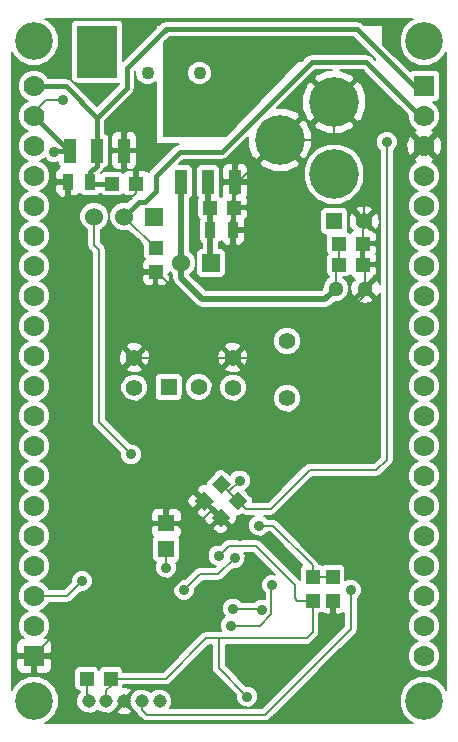
<source format=gbl>
G04 (created by PCBNEW (2013-07-07 BZR 4022)-stable) date 12/3/2013 2:23:43 AM*
%MOIN*%
G04 Gerber Fmt 3.4, Leading zero omitted, Abs format*
%FSLAX34Y34*%
G01*
G70*
G90*
G04 APERTURE LIST*
%ADD10C,0.00590551*%
%ADD11C,0.0433*%
%ADD12R,0.135X0.175*%
%ADD13R,0.04X0.08*%
%ADD14R,0.2X0.125*%
%ADD15R,0.055X0.055*%
%ADD16R,0.035X0.055*%
%ADD17R,0.045X0.045*%
%ADD18R,0.06X0.06*%
%ADD19C,0.06*%
%ADD20R,0.07X0.07*%
%ADD21C,0.07*%
%ADD22C,0.055*%
%ADD23C,0.1654*%
%ADD24C,0.0512*%
%ADD25C,0.045*%
%ADD26C,0.126*%
%ADD27C,0.056*%
%ADD28C,0.035*%
%ADD29C,0.015*%
%ADD30C,0.008*%
%ADD31C,0.02*%
G04 APERTURE END LIST*
G54D10*
G54D11*
X16512Y-11567D03*
X14780Y-11567D03*
G54D12*
X13100Y-10850D03*
G54D13*
X13100Y-14150D03*
X12200Y-14150D03*
X14000Y-14150D03*
G54D14*
X16800Y-12600D03*
G54D13*
X16800Y-15200D03*
X15900Y-15200D03*
X17700Y-15200D03*
G54D15*
X15400Y-27424D03*
X15400Y-26576D03*
G54D16*
X12875Y-15200D03*
X12125Y-15200D03*
X16875Y-16800D03*
X17625Y-16800D03*
G54D17*
X12750Y-31750D03*
X13550Y-31750D03*
X20280Y-28350D03*
X20280Y-29150D03*
X16850Y-16050D03*
X17650Y-16050D03*
X13600Y-15250D03*
X14400Y-15250D03*
X15050Y-17400D03*
X15050Y-18200D03*
X21150Y-17950D03*
X21950Y-17950D03*
G54D10*
G36*
X17782Y-25498D02*
X18101Y-25817D01*
X17782Y-26135D01*
X17464Y-25817D01*
X17782Y-25498D01*
X17782Y-25498D01*
G37*
G36*
X17217Y-26064D02*
X17535Y-26382D01*
X17217Y-26701D01*
X16898Y-26382D01*
X17217Y-26064D01*
X17217Y-26064D01*
G37*
G54D17*
X21150Y-17250D03*
X21950Y-17250D03*
G54D10*
G36*
X17232Y-24948D02*
X17551Y-25267D01*
X17232Y-25585D01*
X16914Y-25267D01*
X17232Y-24948D01*
X17232Y-24948D01*
G37*
G36*
X16667Y-25514D02*
X16985Y-25832D01*
X16667Y-26151D01*
X16348Y-25832D01*
X16667Y-25514D01*
X16667Y-25514D01*
G37*
G54D17*
X20960Y-28350D03*
X20960Y-29150D03*
G54D18*
X15000Y-16350D03*
G54D19*
X14000Y-16350D03*
X13000Y-16350D03*
G54D20*
X11000Y-31000D03*
G54D21*
X11000Y-30000D03*
X11000Y-29000D03*
X11000Y-28000D03*
X11000Y-27000D03*
X11000Y-26000D03*
X11000Y-25000D03*
X11000Y-24000D03*
X11000Y-23000D03*
X11000Y-22000D03*
X11000Y-21000D03*
X11000Y-20000D03*
X11000Y-19000D03*
X11000Y-18000D03*
X11000Y-17000D03*
X11000Y-16000D03*
X11000Y-15000D03*
X11000Y-14000D03*
X11000Y-13000D03*
X11000Y-12000D03*
G54D20*
X24000Y-12000D03*
G54D21*
X24000Y-13000D03*
X24000Y-14000D03*
X24000Y-15000D03*
X24000Y-16000D03*
X24000Y-17000D03*
X24000Y-18000D03*
X24000Y-19000D03*
X24000Y-20000D03*
X24000Y-21000D03*
X24000Y-22000D03*
X24000Y-23000D03*
X24000Y-24000D03*
X24000Y-25000D03*
X24000Y-26000D03*
X24000Y-27000D03*
X24000Y-28000D03*
X24000Y-29000D03*
X24000Y-30000D03*
X24000Y-31000D03*
G54D15*
X15480Y-22040D03*
G54D22*
X16480Y-22040D03*
G54D18*
X16900Y-17900D03*
G54D19*
X15900Y-17900D03*
G54D15*
X21000Y-16500D03*
G54D22*
X22000Y-16500D03*
G54D23*
X21000Y-14933D03*
X19189Y-13791D03*
X21000Y-12531D03*
G54D24*
X21058Y-18750D03*
X22042Y-18750D03*
G54D22*
X14340Y-22050D03*
X14340Y-21050D03*
X17620Y-22050D03*
X17620Y-21050D03*
G54D25*
X12819Y-32500D03*
X13409Y-32500D03*
X14000Y-32500D03*
X14591Y-32500D03*
X15181Y-32500D03*
G54D26*
X11000Y-32500D03*
X24000Y-32500D03*
X24000Y-10500D03*
X11000Y-10500D03*
G54D27*
X19430Y-20489D03*
X19430Y-22411D03*
G54D28*
X18100Y-32350D03*
X22750Y-13870D03*
X17150Y-27650D03*
X17850Y-25150D03*
X21550Y-28800D03*
X17550Y-30000D03*
X18930Y-28640D03*
X11950Y-12450D03*
X11650Y-14200D03*
X18580Y-29460D03*
X17630Y-29420D03*
X17680Y-27720D03*
X16000Y-28800D03*
X12600Y-28500D03*
X14230Y-24280D03*
X14750Y-13600D03*
X18450Y-16100D03*
X16100Y-26950D03*
X19670Y-21670D03*
X16020Y-24710D03*
X17850Y-27000D03*
X18500Y-26650D03*
X15400Y-28050D03*
G54D29*
X15350Y-10150D02*
X15300Y-10200D01*
G54D30*
X18400Y-27330D02*
X19690Y-28620D01*
X20280Y-29150D02*
X19770Y-29150D01*
X18050Y-26090D02*
X18880Y-26090D01*
G54D29*
X23650Y-12000D02*
X21750Y-10100D01*
G54D30*
X17783Y-25817D02*
X17783Y-25823D01*
G54D29*
X14100Y-11400D02*
X14100Y-12050D01*
X12875Y-14875D02*
X12875Y-15200D01*
X13600Y-15250D02*
X12925Y-15250D01*
X12050Y-12000D02*
X13100Y-13050D01*
X13100Y-13050D02*
X13100Y-14150D01*
G54D30*
X22410Y-24790D02*
X22400Y-24800D01*
G54D29*
X24000Y-12000D02*
X23650Y-12000D01*
X15300Y-10200D02*
X14100Y-11400D01*
G54D30*
X17508Y-25542D02*
X17508Y-25492D01*
X16730Y-30410D02*
X15390Y-31750D01*
G54D29*
X13100Y-14650D02*
X12875Y-14875D01*
G54D30*
X17150Y-30500D02*
X17150Y-31400D01*
X17783Y-25823D02*
X18050Y-26090D01*
X11000Y-12250D02*
X11000Y-12000D01*
G54D29*
X15400Y-10100D02*
X15300Y-10200D01*
G54D30*
X17508Y-25492D02*
X17850Y-25150D01*
X13409Y-32141D02*
X13409Y-32500D01*
X19690Y-28620D02*
X19690Y-29070D01*
X20280Y-29150D02*
X20280Y-30210D01*
G54D29*
X14100Y-12050D02*
X13100Y-13050D01*
G54D30*
X15390Y-31750D02*
X14650Y-31750D01*
X17480Y-27330D02*
X18400Y-27330D01*
G54D29*
X21750Y-10100D02*
X15400Y-10100D01*
G54D30*
X17150Y-30410D02*
X16730Y-30410D01*
X14650Y-31750D02*
X13550Y-31750D01*
X13550Y-32000D02*
X13409Y-32141D01*
X17508Y-25542D02*
X17233Y-25267D01*
X20280Y-30210D02*
X20080Y-30410D01*
X17150Y-31400D02*
X18100Y-32350D01*
X20180Y-24790D02*
X22410Y-24790D01*
X13550Y-31750D02*
X13550Y-32000D01*
X17783Y-25817D02*
X17508Y-25542D01*
X18880Y-26090D02*
X20180Y-24790D01*
G54D29*
X11000Y-12000D02*
X12050Y-12000D01*
G54D30*
X22750Y-24450D02*
X22750Y-13870D01*
X19370Y-30410D02*
X17150Y-30410D01*
X22750Y-24450D02*
X22400Y-24800D01*
G54D29*
X12925Y-15250D02*
X12875Y-15200D01*
G54D30*
X17160Y-27650D02*
X17480Y-27330D01*
X19690Y-29070D02*
X19770Y-29150D01*
X20080Y-30410D02*
X19370Y-30410D01*
X17150Y-27650D02*
X17160Y-27650D01*
G54D29*
X13100Y-14150D02*
X13100Y-14650D01*
G54D30*
X17150Y-30410D02*
X17150Y-30500D01*
G54D31*
X16850Y-16050D02*
X16850Y-16775D01*
X16875Y-17875D02*
X16900Y-17900D01*
X16850Y-16775D02*
X16875Y-16800D01*
X16875Y-16800D02*
X16875Y-17875D01*
X16800Y-15200D02*
X16800Y-16000D01*
X16800Y-16000D02*
X16850Y-16050D01*
G54D30*
X20700Y-30950D02*
X21550Y-30100D01*
X14591Y-32791D02*
X14591Y-32500D01*
X14750Y-32950D02*
X14591Y-32791D01*
X18950Y-32700D02*
X18800Y-32850D01*
X21550Y-30100D02*
X21550Y-28800D01*
X18800Y-32850D02*
X18700Y-32950D01*
X18700Y-32950D02*
X14750Y-32950D01*
X20700Y-30950D02*
X19750Y-31900D01*
X19750Y-31900D02*
X18950Y-32700D01*
X18910Y-29610D02*
X18520Y-30000D01*
X18930Y-28640D02*
X18910Y-28660D01*
X12750Y-31750D02*
X12750Y-32431D01*
X17550Y-30000D02*
X18520Y-30000D01*
X12750Y-32431D02*
X12819Y-32500D01*
X18910Y-28660D02*
X18910Y-29610D01*
G54D31*
X15900Y-17900D02*
X15900Y-18400D01*
G54D30*
X21058Y-18042D02*
X21150Y-17950D01*
X21150Y-17950D02*
X21058Y-18042D01*
X21150Y-17950D02*
X21150Y-17250D01*
X21058Y-18750D02*
X21058Y-18042D01*
G54D31*
X15900Y-15200D02*
X15900Y-17900D01*
X15900Y-18400D02*
X16600Y-19100D01*
X20708Y-19100D02*
X21058Y-18750D01*
X16600Y-19100D02*
X20708Y-19100D01*
G54D29*
X11650Y-14200D02*
X11700Y-14150D01*
G54D30*
X11000Y-12850D02*
X11000Y-13000D01*
G54D29*
X23860Y-13000D02*
X22260Y-11400D01*
X14700Y-15850D02*
X14500Y-15850D01*
G54D30*
X15050Y-17400D02*
X14000Y-16350D01*
X11400Y-12450D02*
X11000Y-12850D01*
G54D29*
X14500Y-15850D02*
X14000Y-16350D01*
X15050Y-15500D02*
X14700Y-15850D01*
X15850Y-14200D02*
X15050Y-15000D01*
X12150Y-14150D02*
X11000Y-13000D01*
X17250Y-14200D02*
X15850Y-14200D01*
X20250Y-11200D02*
X17250Y-14200D01*
G54D30*
X11950Y-12450D02*
X11400Y-12450D01*
G54D29*
X15050Y-15000D02*
X15050Y-15500D01*
X12200Y-14150D02*
X11700Y-14150D01*
X22260Y-11400D02*
X22060Y-11200D01*
X12200Y-14150D02*
X12150Y-14150D01*
X22260Y-11400D02*
X22260Y-11400D01*
X22060Y-11200D02*
X20250Y-11200D01*
X24000Y-13000D02*
X23860Y-13000D01*
G54D30*
X18580Y-29460D02*
X18540Y-29420D01*
X17630Y-29420D02*
X17600Y-29420D01*
X17680Y-29420D02*
X17600Y-29420D01*
X18540Y-29420D02*
X17680Y-29420D01*
X17140Y-28260D02*
X17680Y-27720D01*
X16540Y-28260D02*
X17140Y-28260D01*
X16000Y-28800D02*
X16540Y-28260D01*
X12600Y-28500D02*
X12100Y-29000D01*
X12100Y-29000D02*
X11000Y-29000D01*
X11150Y-29000D02*
X11000Y-29000D01*
X13150Y-18200D02*
X13150Y-17450D01*
X13000Y-17300D02*
X13000Y-16350D01*
X14230Y-24280D02*
X13150Y-23200D01*
X13150Y-23200D02*
X13150Y-18200D01*
X13000Y-17300D02*
X13150Y-17450D01*
X14350Y-30000D02*
X16600Y-27750D01*
X17620Y-21050D02*
X16350Y-21050D01*
X17700Y-16100D02*
X17650Y-16050D01*
X16100Y-26950D02*
X16600Y-27450D01*
X15400Y-26576D02*
X15726Y-26576D01*
X19670Y-21670D02*
X19360Y-21670D01*
X23480Y-13480D02*
X23220Y-13480D01*
X22042Y-18750D02*
X22042Y-18042D01*
X14750Y-14500D02*
X14750Y-14800D01*
X14300Y-15650D02*
X13000Y-15650D01*
X21000Y-13700D02*
X21000Y-12531D01*
X19198Y-13800D02*
X19189Y-13791D01*
X22000Y-13950D02*
X22000Y-14100D01*
X22620Y-13480D02*
X22000Y-14100D01*
X15100Y-18200D02*
X16350Y-19450D01*
X12125Y-15575D02*
X12125Y-15200D01*
X23220Y-13480D02*
X22620Y-13480D01*
X15050Y-18200D02*
X14700Y-18200D01*
X24000Y-14000D02*
X23480Y-13480D01*
X15726Y-26576D02*
X16100Y-26950D01*
X14400Y-14800D02*
X14050Y-14800D01*
X14250Y-30100D02*
X14350Y-30000D01*
X22000Y-14100D02*
X22000Y-16500D01*
X21000Y-13800D02*
X21000Y-13700D01*
X13000Y-15650D02*
X12200Y-15650D01*
X15050Y-18200D02*
X15100Y-18200D01*
X17700Y-15200D02*
X17780Y-15200D01*
X11000Y-30950D02*
X11000Y-31000D01*
X16350Y-19450D02*
X21550Y-19450D01*
X14550Y-18050D02*
X14550Y-17210D01*
X21950Y-17950D02*
X21950Y-17250D01*
X14400Y-15550D02*
X14300Y-15650D01*
X16600Y-27750D02*
X16600Y-27450D01*
X21550Y-19450D02*
X22042Y-18958D01*
X17217Y-26383D02*
X17233Y-26383D01*
X13500Y-16750D02*
X13500Y-16730D01*
X17233Y-26383D02*
X17850Y-27000D01*
X16967Y-26133D02*
X16917Y-26133D01*
X16917Y-26133D02*
X16425Y-26625D01*
X20750Y-13800D02*
X19198Y-13800D01*
X21950Y-16550D02*
X22000Y-16500D01*
X13500Y-16730D02*
X13500Y-15700D01*
X14750Y-13600D02*
X14750Y-14500D01*
X14400Y-15250D02*
X14400Y-14800D01*
X14700Y-18200D02*
X14550Y-18050D01*
X11850Y-30100D02*
X11000Y-30950D01*
X13690Y-16920D02*
X13500Y-16730D01*
X18450Y-16100D02*
X17700Y-16100D01*
X17217Y-26383D02*
X16967Y-26133D01*
X22042Y-18042D02*
X21950Y-17950D01*
X19360Y-21670D02*
X18740Y-21050D01*
X14400Y-15250D02*
X14400Y-15550D01*
X15800Y-26050D02*
X15800Y-25650D01*
X16375Y-26625D02*
X16425Y-26625D01*
X16375Y-26625D02*
X15800Y-26050D01*
X15800Y-24930D02*
X15800Y-25650D01*
X16020Y-24710D02*
X15800Y-24930D01*
X14250Y-30100D02*
X11850Y-30100D01*
X16350Y-19450D02*
X16350Y-21050D01*
X14750Y-14800D02*
X14400Y-14800D01*
X16425Y-26625D02*
X16100Y-26950D01*
X17650Y-16775D02*
X17625Y-16800D01*
X14050Y-14800D02*
X14000Y-14750D01*
X17650Y-16050D02*
X17650Y-16775D01*
X12200Y-15650D02*
X12125Y-15575D01*
X18740Y-21050D02*
X17620Y-21050D01*
X21850Y-13800D02*
X22000Y-13950D01*
X21000Y-13800D02*
X21850Y-13800D01*
X22042Y-18958D02*
X22042Y-18750D01*
X21000Y-13800D02*
X20750Y-13800D01*
X16350Y-21050D02*
X14340Y-21050D01*
X17780Y-15200D02*
X19189Y-13791D01*
X17700Y-15200D02*
X17700Y-16000D01*
X14000Y-14750D02*
X14000Y-14150D01*
X19189Y-13791D02*
X19241Y-13791D01*
X16967Y-26133D02*
X16667Y-25833D01*
X14550Y-17210D02*
X14260Y-16920D01*
X14260Y-16920D02*
X13690Y-16920D01*
X21950Y-17250D02*
X21950Y-16550D01*
X17700Y-16000D02*
X17650Y-16050D01*
X18950Y-26650D02*
X18500Y-26650D01*
X18550Y-26650D02*
X18500Y-26650D01*
X20960Y-28350D02*
X20280Y-28350D01*
X20280Y-27980D02*
X18950Y-26650D01*
X20280Y-28350D02*
X20280Y-27980D01*
X15400Y-27424D02*
X15400Y-28050D01*
G54D10*
G36*
X15824Y-13940D02*
X15748Y-13955D01*
X15662Y-14012D01*
X15662Y-14012D01*
X14862Y-14812D01*
X14818Y-14878D01*
X14760Y-14821D01*
X14672Y-14784D01*
X14520Y-14785D01*
X14460Y-14845D01*
X14460Y-15190D01*
X14467Y-15190D01*
X14467Y-15310D01*
X14460Y-15310D01*
X14460Y-15317D01*
X14340Y-15317D01*
X14340Y-15310D01*
X14332Y-15310D01*
X14332Y-15190D01*
X14340Y-15190D01*
X14340Y-14845D01*
X14280Y-14785D01*
X14259Y-14784D01*
X14335Y-14753D01*
X14403Y-14686D01*
X14439Y-14597D01*
X14440Y-14502D01*
X14440Y-13797D01*
X14439Y-13702D01*
X14403Y-13613D01*
X14335Y-13546D01*
X14247Y-13509D01*
X14120Y-13510D01*
X14060Y-13570D01*
X14060Y-14090D01*
X14380Y-14090D01*
X14440Y-14030D01*
X14440Y-13797D01*
X14440Y-14502D01*
X14440Y-14270D01*
X14380Y-14210D01*
X14060Y-14210D01*
X14060Y-14730D01*
X14118Y-14788D01*
X14039Y-14821D01*
X13971Y-14888D01*
X13967Y-14898D01*
X13940Y-14871D01*
X13940Y-14730D01*
X13940Y-14210D01*
X13940Y-14090D01*
X13940Y-13570D01*
X13880Y-13510D01*
X13752Y-13509D01*
X13664Y-13546D01*
X13596Y-13613D01*
X13560Y-13702D01*
X13559Y-13797D01*
X13560Y-14030D01*
X13620Y-14090D01*
X13940Y-14090D01*
X13940Y-14210D01*
X13620Y-14210D01*
X13560Y-14270D01*
X13559Y-14502D01*
X13560Y-14597D01*
X13596Y-14686D01*
X13664Y-14753D01*
X13752Y-14790D01*
X13880Y-14790D01*
X13940Y-14730D01*
X13940Y-14871D01*
X13932Y-14864D01*
X13862Y-14835D01*
X13787Y-14834D01*
X13337Y-14834D01*
X13267Y-14863D01*
X13240Y-14891D01*
X13240Y-14887D01*
X13239Y-14885D01*
X13287Y-14837D01*
X13344Y-14751D01*
X13347Y-14735D01*
X13407Y-14711D01*
X13460Y-14657D01*
X13489Y-14587D01*
X13490Y-14512D01*
X13490Y-13712D01*
X13461Y-13642D01*
X13407Y-13589D01*
X13365Y-13571D01*
X13365Y-13159D01*
X14287Y-12237D01*
X14287Y-12237D01*
X14287Y-12237D01*
X14344Y-12151D01*
X14365Y-12050D01*
X14365Y-11509D01*
X14373Y-11501D01*
X14373Y-11647D01*
X14435Y-11796D01*
X14549Y-11911D01*
X14698Y-11973D01*
X14860Y-11973D01*
X15009Y-11911D01*
X15060Y-11861D01*
X15060Y-13940D01*
X15824Y-13940D01*
X15824Y-13940D01*
G37*
G54D30*
X15824Y-13940D02*
X15748Y-13955D01*
X15662Y-14012D01*
X15662Y-14012D01*
X14862Y-14812D01*
X14818Y-14878D01*
X14760Y-14821D01*
X14672Y-14784D01*
X14520Y-14785D01*
X14460Y-14845D01*
X14460Y-15190D01*
X14467Y-15190D01*
X14467Y-15310D01*
X14460Y-15310D01*
X14460Y-15317D01*
X14340Y-15317D01*
X14340Y-15310D01*
X14332Y-15310D01*
X14332Y-15190D01*
X14340Y-15190D01*
X14340Y-14845D01*
X14280Y-14785D01*
X14259Y-14784D01*
X14335Y-14753D01*
X14403Y-14686D01*
X14439Y-14597D01*
X14440Y-14502D01*
X14440Y-13797D01*
X14439Y-13702D01*
X14403Y-13613D01*
X14335Y-13546D01*
X14247Y-13509D01*
X14120Y-13510D01*
X14060Y-13570D01*
X14060Y-14090D01*
X14380Y-14090D01*
X14440Y-14030D01*
X14440Y-13797D01*
X14440Y-14502D01*
X14440Y-14270D01*
X14380Y-14210D01*
X14060Y-14210D01*
X14060Y-14730D01*
X14118Y-14788D01*
X14039Y-14821D01*
X13971Y-14888D01*
X13967Y-14898D01*
X13940Y-14871D01*
X13940Y-14730D01*
X13940Y-14210D01*
X13940Y-14090D01*
X13940Y-13570D01*
X13880Y-13510D01*
X13752Y-13509D01*
X13664Y-13546D01*
X13596Y-13613D01*
X13560Y-13702D01*
X13559Y-13797D01*
X13560Y-14030D01*
X13620Y-14090D01*
X13940Y-14090D01*
X13940Y-14210D01*
X13620Y-14210D01*
X13560Y-14270D01*
X13559Y-14502D01*
X13560Y-14597D01*
X13596Y-14686D01*
X13664Y-14753D01*
X13752Y-14790D01*
X13880Y-14790D01*
X13940Y-14730D01*
X13940Y-14871D01*
X13932Y-14864D01*
X13862Y-14835D01*
X13787Y-14834D01*
X13337Y-14834D01*
X13267Y-14863D01*
X13240Y-14891D01*
X13240Y-14887D01*
X13239Y-14885D01*
X13287Y-14837D01*
X13344Y-14751D01*
X13347Y-14735D01*
X13407Y-14711D01*
X13460Y-14657D01*
X13489Y-14587D01*
X13490Y-14512D01*
X13490Y-13712D01*
X13461Y-13642D01*
X13407Y-13589D01*
X13365Y-13571D01*
X13365Y-13159D01*
X14287Y-12237D01*
X14287Y-12237D01*
X14287Y-12237D01*
X14344Y-12151D01*
X14365Y-12050D01*
X14365Y-11509D01*
X14373Y-11501D01*
X14373Y-11647D01*
X14435Y-11796D01*
X14549Y-11911D01*
X14698Y-11973D01*
X14860Y-11973D01*
X15009Y-11911D01*
X15060Y-11861D01*
X15060Y-13940D01*
X15824Y-13940D01*
G54D10*
G36*
X24735Y-32131D02*
X24695Y-32036D01*
X24596Y-31936D01*
X24596Y-14081D01*
X24581Y-13847D01*
X24540Y-13746D01*
X24540Y-12893D01*
X24458Y-12694D01*
X24306Y-12542D01*
X24300Y-12540D01*
X24387Y-12540D01*
X24457Y-12511D01*
X24510Y-12457D01*
X24539Y-12387D01*
X24540Y-12312D01*
X24540Y-11612D01*
X24511Y-11542D01*
X24457Y-11489D01*
X24387Y-11460D01*
X24312Y-11459D01*
X23612Y-11459D01*
X23542Y-11488D01*
X23528Y-11503D01*
X22640Y-10615D01*
X22640Y-9960D01*
X21984Y-9960D01*
X21937Y-9912D01*
X21851Y-9855D01*
X21750Y-9834D01*
X21749Y-9835D01*
X15400Y-9835D01*
X15298Y-9855D01*
X15212Y-9912D01*
X15212Y-9912D01*
X15165Y-9960D01*
X15060Y-9960D01*
X15060Y-10065D01*
X13965Y-11160D01*
X13965Y-9937D01*
X13936Y-9867D01*
X13882Y-9814D01*
X13812Y-9785D01*
X13737Y-9784D01*
X12387Y-9784D01*
X12317Y-9813D01*
X12264Y-9867D01*
X12235Y-9937D01*
X12234Y-10012D01*
X12234Y-11762D01*
X12263Y-11832D01*
X12317Y-11885D01*
X12387Y-11914D01*
X12462Y-11915D01*
X13812Y-11915D01*
X13835Y-11905D01*
X13835Y-11940D01*
X13099Y-12675D01*
X12237Y-11812D01*
X12151Y-11755D01*
X12050Y-11734D01*
X12049Y-11735D01*
X11474Y-11735D01*
X11458Y-11694D01*
X11306Y-11542D01*
X11107Y-11460D01*
X10893Y-11459D01*
X10694Y-11541D01*
X10542Y-11693D01*
X10460Y-11892D01*
X10459Y-12106D01*
X10541Y-12305D01*
X10693Y-12457D01*
X10796Y-12500D01*
X10694Y-12541D01*
X10542Y-12693D01*
X10460Y-12892D01*
X10459Y-13106D01*
X10541Y-13305D01*
X10693Y-13457D01*
X10796Y-13500D01*
X10694Y-13541D01*
X10542Y-13693D01*
X10460Y-13892D01*
X10459Y-14106D01*
X10541Y-14305D01*
X10693Y-14457D01*
X10796Y-14500D01*
X10694Y-14541D01*
X10542Y-14693D01*
X10460Y-14892D01*
X10459Y-15106D01*
X10541Y-15305D01*
X10693Y-15457D01*
X10796Y-15500D01*
X10694Y-15541D01*
X10542Y-15693D01*
X10460Y-15892D01*
X10459Y-16106D01*
X10541Y-16305D01*
X10693Y-16457D01*
X10796Y-16500D01*
X10694Y-16541D01*
X10542Y-16693D01*
X10460Y-16892D01*
X10459Y-17106D01*
X10541Y-17305D01*
X10693Y-17457D01*
X10796Y-17500D01*
X10694Y-17541D01*
X10542Y-17693D01*
X10460Y-17892D01*
X10459Y-18106D01*
X10541Y-18305D01*
X10693Y-18457D01*
X10796Y-18500D01*
X10694Y-18541D01*
X10542Y-18693D01*
X10460Y-18892D01*
X10459Y-19106D01*
X10541Y-19305D01*
X10693Y-19457D01*
X10796Y-19500D01*
X10694Y-19541D01*
X10542Y-19693D01*
X10460Y-19892D01*
X10459Y-20106D01*
X10541Y-20305D01*
X10693Y-20457D01*
X10796Y-20500D01*
X10694Y-20541D01*
X10542Y-20693D01*
X10460Y-20892D01*
X10459Y-21106D01*
X10541Y-21305D01*
X10693Y-21457D01*
X10796Y-21500D01*
X10694Y-21541D01*
X10542Y-21693D01*
X10460Y-21892D01*
X10459Y-22106D01*
X10541Y-22305D01*
X10693Y-22457D01*
X10796Y-22500D01*
X10694Y-22541D01*
X10542Y-22693D01*
X10460Y-22892D01*
X10459Y-23106D01*
X10541Y-23305D01*
X10693Y-23457D01*
X10796Y-23500D01*
X10694Y-23541D01*
X10542Y-23693D01*
X10460Y-23892D01*
X10459Y-24106D01*
X10541Y-24305D01*
X10693Y-24457D01*
X10796Y-24500D01*
X10694Y-24541D01*
X10542Y-24693D01*
X10460Y-24892D01*
X10459Y-25106D01*
X10541Y-25305D01*
X10693Y-25457D01*
X10796Y-25500D01*
X10694Y-25541D01*
X10542Y-25693D01*
X10460Y-25892D01*
X10459Y-26106D01*
X10541Y-26305D01*
X10693Y-26457D01*
X10796Y-26500D01*
X10694Y-26541D01*
X10542Y-26693D01*
X10460Y-26892D01*
X10459Y-27106D01*
X10541Y-27305D01*
X10693Y-27457D01*
X10796Y-27500D01*
X10694Y-27541D01*
X10542Y-27693D01*
X10460Y-27892D01*
X10459Y-28106D01*
X10541Y-28305D01*
X10693Y-28457D01*
X10796Y-28500D01*
X10694Y-28541D01*
X10542Y-28693D01*
X10460Y-28892D01*
X10459Y-29106D01*
X10541Y-29305D01*
X10693Y-29457D01*
X10796Y-29500D01*
X10694Y-29541D01*
X10542Y-29693D01*
X10460Y-29892D01*
X10459Y-30106D01*
X10541Y-30305D01*
X10646Y-30410D01*
X10602Y-30410D01*
X10513Y-30446D01*
X10446Y-30514D01*
X10409Y-30602D01*
X10410Y-30880D01*
X10470Y-30940D01*
X10940Y-30940D01*
X10940Y-30932D01*
X11060Y-30932D01*
X11060Y-30940D01*
X11530Y-30940D01*
X11590Y-30880D01*
X11590Y-30602D01*
X11553Y-30514D01*
X11486Y-30446D01*
X11397Y-30410D01*
X11353Y-30410D01*
X11457Y-30306D01*
X11539Y-30107D01*
X11540Y-29893D01*
X11458Y-29694D01*
X11306Y-29542D01*
X11203Y-29499D01*
X11305Y-29458D01*
X11457Y-29306D01*
X11489Y-29230D01*
X12100Y-29230D01*
X12188Y-29212D01*
X12188Y-29212D01*
X12262Y-29162D01*
X12560Y-28864D01*
X12672Y-28865D01*
X12806Y-28809D01*
X12909Y-28707D01*
X12964Y-28572D01*
X12965Y-28427D01*
X12909Y-28293D01*
X12807Y-28190D01*
X12672Y-28135D01*
X12527Y-28134D01*
X12393Y-28190D01*
X12290Y-28292D01*
X12235Y-28427D01*
X12234Y-28539D01*
X12065Y-28709D01*
X12065Y-15655D01*
X12065Y-15260D01*
X11770Y-15260D01*
X11710Y-15320D01*
X11709Y-15427D01*
X11710Y-15522D01*
X11746Y-15611D01*
X11814Y-15678D01*
X11902Y-15715D01*
X12005Y-15715D01*
X12065Y-15655D01*
X12065Y-28709D01*
X12004Y-28770D01*
X11489Y-28770D01*
X11458Y-28694D01*
X11306Y-28542D01*
X11203Y-28499D01*
X11305Y-28458D01*
X11457Y-28306D01*
X11539Y-28107D01*
X11540Y-27893D01*
X11458Y-27694D01*
X11306Y-27542D01*
X11203Y-27499D01*
X11305Y-27458D01*
X11457Y-27306D01*
X11539Y-27107D01*
X11540Y-26893D01*
X11458Y-26694D01*
X11306Y-26542D01*
X11203Y-26499D01*
X11305Y-26458D01*
X11457Y-26306D01*
X11539Y-26107D01*
X11540Y-25893D01*
X11458Y-25694D01*
X11306Y-25542D01*
X11203Y-25499D01*
X11305Y-25458D01*
X11457Y-25306D01*
X11539Y-25107D01*
X11540Y-24893D01*
X11458Y-24694D01*
X11306Y-24542D01*
X11203Y-24499D01*
X11305Y-24458D01*
X11457Y-24306D01*
X11539Y-24107D01*
X11540Y-23893D01*
X11458Y-23694D01*
X11306Y-23542D01*
X11203Y-23499D01*
X11305Y-23458D01*
X11457Y-23306D01*
X11539Y-23107D01*
X11540Y-22893D01*
X11458Y-22694D01*
X11306Y-22542D01*
X11203Y-22499D01*
X11305Y-22458D01*
X11457Y-22306D01*
X11539Y-22107D01*
X11540Y-21893D01*
X11458Y-21694D01*
X11306Y-21542D01*
X11203Y-21499D01*
X11305Y-21458D01*
X11457Y-21306D01*
X11539Y-21107D01*
X11540Y-20893D01*
X11458Y-20694D01*
X11306Y-20542D01*
X11203Y-20499D01*
X11305Y-20458D01*
X11457Y-20306D01*
X11539Y-20107D01*
X11540Y-19893D01*
X11458Y-19694D01*
X11306Y-19542D01*
X11203Y-19499D01*
X11305Y-19458D01*
X11457Y-19306D01*
X11539Y-19107D01*
X11540Y-18893D01*
X11458Y-18694D01*
X11306Y-18542D01*
X11203Y-18499D01*
X11305Y-18458D01*
X11457Y-18306D01*
X11539Y-18107D01*
X11540Y-17893D01*
X11458Y-17694D01*
X11306Y-17542D01*
X11203Y-17499D01*
X11305Y-17458D01*
X11457Y-17306D01*
X11539Y-17107D01*
X11540Y-16893D01*
X11458Y-16694D01*
X11306Y-16542D01*
X11203Y-16499D01*
X11305Y-16458D01*
X11457Y-16306D01*
X11539Y-16107D01*
X11540Y-15893D01*
X11458Y-15694D01*
X11306Y-15542D01*
X11203Y-15499D01*
X11305Y-15458D01*
X11457Y-15306D01*
X11539Y-15107D01*
X11540Y-14893D01*
X11458Y-14694D01*
X11306Y-14542D01*
X11203Y-14499D01*
X11305Y-14458D01*
X11348Y-14414D01*
X11442Y-14509D01*
X11577Y-14564D01*
X11722Y-14565D01*
X11809Y-14528D01*
X11809Y-14587D01*
X11838Y-14657D01*
X11876Y-14695D01*
X11814Y-14721D01*
X11746Y-14788D01*
X11710Y-14877D01*
X11709Y-14972D01*
X11710Y-15080D01*
X11770Y-15140D01*
X12065Y-15140D01*
X12065Y-15132D01*
X12185Y-15132D01*
X12185Y-15140D01*
X12192Y-15140D01*
X12192Y-15260D01*
X12185Y-15260D01*
X12185Y-15655D01*
X12245Y-15715D01*
X12347Y-15715D01*
X12435Y-15678D01*
X12503Y-15611D01*
X12527Y-15554D01*
X12538Y-15582D01*
X12592Y-15635D01*
X12662Y-15664D01*
X12737Y-15665D01*
X13087Y-15665D01*
X13157Y-15636D01*
X13210Y-15582D01*
X13212Y-15579D01*
X13213Y-15582D01*
X13267Y-15635D01*
X13337Y-15664D01*
X13412Y-15665D01*
X13862Y-15665D01*
X13932Y-15636D01*
X13967Y-15601D01*
X13971Y-15611D01*
X14039Y-15678D01*
X14127Y-15715D01*
X14260Y-15715D01*
X14110Y-15865D01*
X14097Y-15860D01*
X13902Y-15859D01*
X13722Y-15934D01*
X13584Y-16072D01*
X13510Y-16252D01*
X13509Y-16447D01*
X13584Y-16627D01*
X13722Y-16765D01*
X13902Y-16839D01*
X14097Y-16840D01*
X14144Y-16820D01*
X14634Y-17310D01*
X14634Y-17662D01*
X14663Y-17732D01*
X14698Y-17767D01*
X14688Y-17771D01*
X14621Y-17839D01*
X14584Y-17927D01*
X14585Y-18080D01*
X14645Y-18140D01*
X14990Y-18140D01*
X14990Y-18132D01*
X15110Y-18132D01*
X15110Y-18140D01*
X15117Y-18140D01*
X15117Y-18260D01*
X15110Y-18260D01*
X15110Y-18605D01*
X15170Y-18665D01*
X15227Y-18665D01*
X15322Y-18664D01*
X15411Y-18628D01*
X15478Y-18560D01*
X15515Y-18472D01*
X15515Y-18320D01*
X15455Y-18260D01*
X15515Y-18260D01*
X15515Y-18207D01*
X15610Y-18303D01*
X15610Y-18400D01*
X15632Y-18510D01*
X15694Y-18605D01*
X16394Y-19305D01*
X16394Y-19305D01*
X16489Y-19367D01*
X16599Y-19390D01*
X16599Y-19389D01*
X16600Y-19390D01*
X20708Y-19390D01*
X20818Y-19367D01*
X20913Y-19305D01*
X21022Y-19195D01*
X21146Y-19196D01*
X21310Y-19128D01*
X21435Y-19002D01*
X21503Y-18839D01*
X21504Y-18661D01*
X21436Y-18497D01*
X21310Y-18372D01*
X21293Y-18365D01*
X21412Y-18365D01*
X21482Y-18336D01*
X21517Y-18301D01*
X21521Y-18311D01*
X21589Y-18378D01*
X21667Y-18410D01*
X21642Y-18435D01*
X21687Y-18480D01*
X21600Y-18503D01*
X21539Y-18691D01*
X21555Y-18887D01*
X21600Y-18996D01*
X21687Y-19019D01*
X21957Y-18750D01*
X21951Y-18744D01*
X22036Y-18659D01*
X22042Y-18665D01*
X22311Y-18395D01*
X22307Y-18379D01*
X22310Y-18378D01*
X22378Y-18311D01*
X22414Y-18222D01*
X22415Y-18127D01*
X22415Y-17772D01*
X22414Y-17677D01*
X22382Y-17600D01*
X22414Y-17522D01*
X22415Y-17427D01*
X22415Y-17370D01*
X22355Y-17310D01*
X22010Y-17310D01*
X22010Y-17545D01*
X22010Y-17655D01*
X22010Y-17890D01*
X22355Y-17890D01*
X22415Y-17830D01*
X22415Y-17772D01*
X22415Y-18127D01*
X22415Y-18070D01*
X22355Y-18010D01*
X22010Y-18010D01*
X22010Y-18017D01*
X21890Y-18017D01*
X21890Y-18010D01*
X21882Y-18010D01*
X21882Y-17890D01*
X21890Y-17890D01*
X21890Y-17655D01*
X21890Y-17545D01*
X21890Y-17310D01*
X21882Y-17310D01*
X21882Y-17190D01*
X21890Y-17190D01*
X21890Y-17182D01*
X22010Y-17182D01*
X22010Y-17190D01*
X22355Y-17190D01*
X22415Y-17130D01*
X22415Y-17072D01*
X22414Y-16977D01*
X22378Y-16888D01*
X22310Y-16821D01*
X22222Y-16784D01*
X22200Y-16784D01*
X22000Y-16584D01*
X21994Y-16590D01*
X21915Y-16511D01*
X21909Y-16505D01*
X21915Y-16500D01*
X21631Y-16216D01*
X21542Y-16241D01*
X21478Y-16436D01*
X21494Y-16640D01*
X21542Y-16758D01*
X21631Y-16783D01*
X21596Y-16818D01*
X21589Y-16821D01*
X21521Y-16888D01*
X21517Y-16898D01*
X21482Y-16864D01*
X21449Y-16850D01*
X21464Y-16812D01*
X21465Y-16737D01*
X21465Y-16187D01*
X21436Y-16117D01*
X21382Y-16064D01*
X21312Y-16035D01*
X21237Y-16034D01*
X20687Y-16034D01*
X20617Y-16063D01*
X20564Y-16117D01*
X20535Y-16187D01*
X20534Y-16262D01*
X20534Y-16812D01*
X20563Y-16882D01*
X20617Y-16935D01*
X20687Y-16964D01*
X20744Y-16965D01*
X20735Y-16987D01*
X20734Y-17062D01*
X20734Y-17512D01*
X20763Y-17582D01*
X20781Y-17599D01*
X20764Y-17617D01*
X20735Y-17687D01*
X20734Y-17762D01*
X20734Y-18212D01*
X20763Y-18282D01*
X20817Y-18335D01*
X20828Y-18340D01*
X20828Y-18362D01*
X20805Y-18371D01*
X20680Y-18497D01*
X20612Y-18660D01*
X20611Y-18785D01*
X20587Y-18810D01*
X19872Y-18810D01*
X19872Y-14559D01*
X19189Y-13875D01*
X18505Y-14559D01*
X18599Y-14705D01*
X18993Y-14861D01*
X19418Y-14854D01*
X19778Y-14705D01*
X19872Y-14559D01*
X19872Y-18810D01*
X18140Y-18810D01*
X18140Y-15552D01*
X18140Y-14847D01*
X18139Y-14752D01*
X18103Y-14663D01*
X18035Y-14596D01*
X17947Y-14559D01*
X17820Y-14560D01*
X17760Y-14620D01*
X17760Y-15140D01*
X18080Y-15140D01*
X18140Y-15080D01*
X18140Y-14847D01*
X18140Y-15552D01*
X18140Y-15320D01*
X18080Y-15260D01*
X17760Y-15260D01*
X17760Y-15595D01*
X17710Y-15645D01*
X17710Y-15990D01*
X18055Y-15990D01*
X18115Y-15930D01*
X18115Y-15872D01*
X18114Y-15777D01*
X18099Y-15739D01*
X18103Y-15736D01*
X18139Y-15647D01*
X18140Y-15552D01*
X18140Y-18810D01*
X18115Y-18810D01*
X18115Y-16227D01*
X18115Y-16170D01*
X18055Y-16110D01*
X17710Y-16110D01*
X17710Y-16320D01*
X17685Y-16345D01*
X17685Y-16740D01*
X17980Y-16740D01*
X18040Y-16680D01*
X18040Y-16572D01*
X18039Y-16477D01*
X18031Y-16457D01*
X18078Y-16411D01*
X18114Y-16322D01*
X18115Y-16227D01*
X18115Y-18810D01*
X18040Y-18810D01*
X18040Y-17027D01*
X18040Y-16920D01*
X17980Y-16860D01*
X17685Y-16860D01*
X17685Y-17255D01*
X17745Y-17315D01*
X17847Y-17315D01*
X17935Y-17278D01*
X18003Y-17211D01*
X18039Y-17122D01*
X18040Y-17027D01*
X18040Y-18810D01*
X17640Y-18810D01*
X17640Y-15780D01*
X17640Y-15260D01*
X17640Y-15140D01*
X17640Y-14620D01*
X17580Y-14560D01*
X17452Y-14559D01*
X17364Y-14596D01*
X17296Y-14663D01*
X17260Y-14752D01*
X17259Y-14847D01*
X17260Y-15080D01*
X17320Y-15140D01*
X17640Y-15140D01*
X17640Y-15260D01*
X17320Y-15260D01*
X17260Y-15320D01*
X17259Y-15552D01*
X17260Y-15647D01*
X17260Y-15649D01*
X17221Y-15688D01*
X17217Y-15698D01*
X17182Y-15664D01*
X17179Y-15662D01*
X17189Y-15637D01*
X17190Y-15562D01*
X17190Y-14762D01*
X17161Y-14692D01*
X17107Y-14639D01*
X17037Y-14610D01*
X16962Y-14609D01*
X16562Y-14609D01*
X16492Y-14638D01*
X16439Y-14692D01*
X16410Y-14762D01*
X16409Y-14837D01*
X16409Y-15637D01*
X16438Y-15707D01*
X16459Y-15728D01*
X16435Y-15787D01*
X16434Y-15862D01*
X16434Y-16312D01*
X16463Y-16382D01*
X16517Y-16435D01*
X16529Y-16440D01*
X16510Y-16487D01*
X16509Y-16562D01*
X16509Y-17112D01*
X16538Y-17182D01*
X16585Y-17228D01*
X16585Y-17409D01*
X16562Y-17409D01*
X16492Y-17438D01*
X16439Y-17492D01*
X16410Y-17562D01*
X16409Y-17637D01*
X16409Y-18237D01*
X16438Y-18307D01*
X16492Y-18360D01*
X16562Y-18389D01*
X16637Y-18390D01*
X17237Y-18390D01*
X17307Y-18361D01*
X17360Y-18307D01*
X17389Y-18237D01*
X17390Y-18162D01*
X17390Y-17562D01*
X17361Y-17492D01*
X17307Y-17439D01*
X17237Y-17410D01*
X17165Y-17409D01*
X17165Y-17228D01*
X17210Y-17182D01*
X17222Y-17153D01*
X17246Y-17211D01*
X17314Y-17278D01*
X17402Y-17315D01*
X17505Y-17315D01*
X17565Y-17255D01*
X17565Y-16860D01*
X17557Y-16860D01*
X17557Y-16740D01*
X17565Y-16740D01*
X17565Y-16480D01*
X17590Y-16455D01*
X17590Y-16110D01*
X17582Y-16110D01*
X17582Y-15990D01*
X17590Y-15990D01*
X17590Y-15830D01*
X17640Y-15780D01*
X17640Y-18810D01*
X16720Y-18810D01*
X16201Y-18291D01*
X16315Y-18177D01*
X16389Y-17997D01*
X16390Y-17802D01*
X16315Y-17622D01*
X16190Y-17496D01*
X16190Y-15768D01*
X16207Y-15761D01*
X16260Y-15707D01*
X16289Y-15637D01*
X16290Y-15562D01*
X16290Y-14762D01*
X16261Y-14692D01*
X16207Y-14639D01*
X16137Y-14610D01*
X16062Y-14609D01*
X15814Y-14609D01*
X15959Y-14465D01*
X17249Y-14465D01*
X17250Y-14465D01*
X17250Y-14465D01*
X17351Y-14444D01*
X17437Y-14387D01*
X18120Y-13704D01*
X18125Y-14020D01*
X18274Y-14380D01*
X18420Y-14474D01*
X19104Y-13791D01*
X19098Y-13785D01*
X19183Y-13700D01*
X19189Y-13706D01*
X19872Y-13022D01*
X19778Y-12876D01*
X19384Y-12720D01*
X19099Y-12725D01*
X20359Y-11465D01*
X20928Y-11465D01*
X20770Y-11467D01*
X20410Y-11616D01*
X20316Y-11762D01*
X21000Y-12446D01*
X21683Y-11762D01*
X21589Y-11616D01*
X21205Y-11465D01*
X21950Y-11465D01*
X22072Y-11587D01*
X22072Y-11587D01*
X22640Y-12154D01*
X23460Y-12974D01*
X23459Y-13106D01*
X23541Y-13305D01*
X23693Y-13457D01*
X23722Y-13469D01*
X23696Y-13480D01*
X23661Y-13576D01*
X24000Y-13915D01*
X24338Y-13576D01*
X24303Y-13480D01*
X24274Y-13470D01*
X24305Y-13458D01*
X24457Y-13306D01*
X24539Y-13107D01*
X24540Y-12893D01*
X24540Y-13746D01*
X24519Y-13696D01*
X24423Y-13661D01*
X24084Y-14000D01*
X24423Y-14338D01*
X24519Y-14303D01*
X24596Y-14081D01*
X24596Y-31936D01*
X24540Y-31880D01*
X24540Y-30893D01*
X24458Y-30694D01*
X24306Y-30542D01*
X24203Y-30499D01*
X24305Y-30458D01*
X24457Y-30306D01*
X24539Y-30107D01*
X24540Y-29893D01*
X24458Y-29694D01*
X24306Y-29542D01*
X24203Y-29499D01*
X24305Y-29458D01*
X24457Y-29306D01*
X24539Y-29107D01*
X24540Y-28893D01*
X24458Y-28694D01*
X24306Y-28542D01*
X24203Y-28499D01*
X24305Y-28458D01*
X24457Y-28306D01*
X24539Y-28107D01*
X24540Y-27893D01*
X24458Y-27694D01*
X24306Y-27542D01*
X24203Y-27499D01*
X24305Y-27458D01*
X24457Y-27306D01*
X24539Y-27107D01*
X24540Y-26893D01*
X24458Y-26694D01*
X24306Y-26542D01*
X24203Y-26499D01*
X24305Y-26458D01*
X24457Y-26306D01*
X24539Y-26107D01*
X24540Y-25893D01*
X24458Y-25694D01*
X24306Y-25542D01*
X24203Y-25499D01*
X24305Y-25458D01*
X24457Y-25306D01*
X24539Y-25107D01*
X24540Y-24893D01*
X24458Y-24694D01*
X24306Y-24542D01*
X24203Y-24499D01*
X24305Y-24458D01*
X24457Y-24306D01*
X24539Y-24107D01*
X24540Y-23893D01*
X24458Y-23694D01*
X24306Y-23542D01*
X24203Y-23499D01*
X24305Y-23458D01*
X24457Y-23306D01*
X24539Y-23107D01*
X24540Y-22893D01*
X24458Y-22694D01*
X24306Y-22542D01*
X24203Y-22499D01*
X24305Y-22458D01*
X24457Y-22306D01*
X24539Y-22107D01*
X24540Y-21893D01*
X24458Y-21694D01*
X24306Y-21542D01*
X24203Y-21499D01*
X24305Y-21458D01*
X24457Y-21306D01*
X24539Y-21107D01*
X24540Y-20893D01*
X24458Y-20694D01*
X24306Y-20542D01*
X24203Y-20499D01*
X24305Y-20458D01*
X24457Y-20306D01*
X24539Y-20107D01*
X24540Y-19893D01*
X24458Y-19694D01*
X24306Y-19542D01*
X24203Y-19499D01*
X24305Y-19458D01*
X24457Y-19306D01*
X24539Y-19107D01*
X24540Y-18893D01*
X24458Y-18694D01*
X24306Y-18542D01*
X24203Y-18499D01*
X24305Y-18458D01*
X24457Y-18306D01*
X24539Y-18107D01*
X24540Y-17893D01*
X24458Y-17694D01*
X24306Y-17542D01*
X24203Y-17499D01*
X24305Y-17458D01*
X24457Y-17306D01*
X24539Y-17107D01*
X24540Y-16893D01*
X24458Y-16694D01*
X24306Y-16542D01*
X24203Y-16499D01*
X24305Y-16458D01*
X24457Y-16306D01*
X24539Y-16107D01*
X24540Y-15893D01*
X24458Y-15694D01*
X24306Y-15542D01*
X24203Y-15499D01*
X24305Y-15458D01*
X24457Y-15306D01*
X24539Y-15107D01*
X24540Y-14893D01*
X24458Y-14694D01*
X24306Y-14542D01*
X24277Y-14530D01*
X24303Y-14519D01*
X24338Y-14423D01*
X24000Y-14084D01*
X23915Y-14169D01*
X23915Y-14000D01*
X23576Y-13661D01*
X23480Y-13696D01*
X23403Y-13918D01*
X23418Y-14152D01*
X23480Y-14303D01*
X23576Y-14338D01*
X23915Y-14000D01*
X23915Y-14169D01*
X23661Y-14423D01*
X23696Y-14519D01*
X23725Y-14529D01*
X23694Y-14541D01*
X23542Y-14693D01*
X23460Y-14892D01*
X23459Y-15106D01*
X23541Y-15305D01*
X23693Y-15457D01*
X23796Y-15500D01*
X23694Y-15541D01*
X23542Y-15693D01*
X23460Y-15892D01*
X23459Y-16106D01*
X23541Y-16305D01*
X23693Y-16457D01*
X23796Y-16500D01*
X23694Y-16541D01*
X23542Y-16693D01*
X23460Y-16892D01*
X23459Y-17106D01*
X23541Y-17305D01*
X23693Y-17457D01*
X23796Y-17500D01*
X23694Y-17541D01*
X23542Y-17693D01*
X23460Y-17892D01*
X23459Y-18106D01*
X23541Y-18305D01*
X23693Y-18457D01*
X23796Y-18500D01*
X23694Y-18541D01*
X23542Y-18693D01*
X23460Y-18892D01*
X23459Y-19106D01*
X23541Y-19305D01*
X23693Y-19457D01*
X23796Y-19500D01*
X23694Y-19541D01*
X23542Y-19693D01*
X23460Y-19892D01*
X23459Y-20106D01*
X23541Y-20305D01*
X23693Y-20457D01*
X23796Y-20500D01*
X23694Y-20541D01*
X23542Y-20693D01*
X23460Y-20892D01*
X23459Y-21106D01*
X23541Y-21305D01*
X23693Y-21457D01*
X23796Y-21500D01*
X23694Y-21541D01*
X23542Y-21693D01*
X23460Y-21892D01*
X23459Y-22106D01*
X23541Y-22305D01*
X23693Y-22457D01*
X23796Y-22500D01*
X23694Y-22541D01*
X23542Y-22693D01*
X23460Y-22892D01*
X23459Y-23106D01*
X23541Y-23305D01*
X23693Y-23457D01*
X23796Y-23500D01*
X23694Y-23541D01*
X23542Y-23693D01*
X23460Y-23892D01*
X23459Y-24106D01*
X23541Y-24305D01*
X23693Y-24457D01*
X23796Y-24500D01*
X23694Y-24541D01*
X23542Y-24693D01*
X23460Y-24892D01*
X23459Y-25106D01*
X23541Y-25305D01*
X23693Y-25457D01*
X23796Y-25500D01*
X23694Y-25541D01*
X23542Y-25693D01*
X23460Y-25892D01*
X23459Y-26106D01*
X23541Y-26305D01*
X23693Y-26457D01*
X23796Y-26500D01*
X23694Y-26541D01*
X23542Y-26693D01*
X23460Y-26892D01*
X23459Y-27106D01*
X23541Y-27305D01*
X23693Y-27457D01*
X23796Y-27500D01*
X23694Y-27541D01*
X23542Y-27693D01*
X23460Y-27892D01*
X23459Y-28106D01*
X23541Y-28305D01*
X23693Y-28457D01*
X23796Y-28500D01*
X23694Y-28541D01*
X23542Y-28693D01*
X23460Y-28892D01*
X23459Y-29106D01*
X23541Y-29305D01*
X23693Y-29457D01*
X23796Y-29500D01*
X23694Y-29541D01*
X23542Y-29693D01*
X23460Y-29892D01*
X23459Y-30106D01*
X23541Y-30305D01*
X23693Y-30457D01*
X23796Y-30500D01*
X23694Y-30541D01*
X23542Y-30693D01*
X23460Y-30892D01*
X23459Y-31106D01*
X23541Y-31305D01*
X23693Y-31457D01*
X23892Y-31539D01*
X24106Y-31540D01*
X24305Y-31458D01*
X24457Y-31306D01*
X24539Y-31107D01*
X24540Y-30893D01*
X24540Y-31880D01*
X24465Y-31805D01*
X24163Y-31680D01*
X23837Y-31679D01*
X23536Y-31804D01*
X23305Y-32034D01*
X23180Y-32336D01*
X23179Y-32662D01*
X23304Y-32963D01*
X23534Y-33194D01*
X23631Y-33235D01*
X23115Y-33235D01*
X23115Y-13797D01*
X23059Y-13663D01*
X22957Y-13560D01*
X22822Y-13505D01*
X22677Y-13504D01*
X22640Y-13520D01*
X22543Y-13560D01*
X22440Y-13662D01*
X22385Y-13797D01*
X22384Y-13942D01*
X22440Y-14076D01*
X22520Y-14156D01*
X22520Y-16546D01*
X22505Y-16359D01*
X22457Y-16241D01*
X22368Y-16216D01*
X22283Y-16301D01*
X22283Y-16131D01*
X22258Y-16042D01*
X22070Y-15980D01*
X22070Y-12726D01*
X22063Y-12301D01*
X21914Y-11941D01*
X21768Y-11847D01*
X21084Y-12531D01*
X21768Y-13214D01*
X21914Y-13120D01*
X22070Y-12726D01*
X22070Y-15980D01*
X22063Y-15978D01*
X22017Y-15982D01*
X22017Y-14731D01*
X21862Y-14357D01*
X21683Y-14177D01*
X21683Y-13299D01*
X21000Y-12615D01*
X20915Y-12700D01*
X20915Y-12531D01*
X20231Y-11847D01*
X20085Y-11941D01*
X19929Y-12335D01*
X19936Y-12760D01*
X20085Y-13120D01*
X20231Y-13214D01*
X20915Y-12531D01*
X20915Y-12700D01*
X20316Y-13299D01*
X20410Y-13445D01*
X20804Y-13601D01*
X21229Y-13594D01*
X21589Y-13445D01*
X21683Y-13299D01*
X21683Y-14177D01*
X21576Y-14071D01*
X21203Y-13916D01*
X20798Y-13915D01*
X20424Y-14070D01*
X20259Y-14235D01*
X20259Y-13986D01*
X20252Y-13561D01*
X20103Y-13201D01*
X19957Y-13107D01*
X19273Y-13791D01*
X19957Y-14474D01*
X20103Y-14380D01*
X20259Y-13986D01*
X20259Y-14235D01*
X20138Y-14356D01*
X19983Y-14729D01*
X19982Y-15134D01*
X20137Y-15508D01*
X20423Y-15794D01*
X20796Y-15949D01*
X21201Y-15950D01*
X21575Y-15795D01*
X21861Y-15509D01*
X22016Y-15136D01*
X22017Y-14731D01*
X22017Y-15982D01*
X21859Y-15994D01*
X21741Y-16042D01*
X21716Y-16131D01*
X22000Y-16415D01*
X22283Y-16131D01*
X22283Y-16301D01*
X22084Y-16500D01*
X22368Y-16783D01*
X22457Y-16758D01*
X22520Y-16567D01*
X22520Y-18591D01*
X22483Y-18503D01*
X22396Y-18480D01*
X22126Y-18750D01*
X22396Y-19019D01*
X22483Y-18996D01*
X22520Y-18883D01*
X22520Y-24354D01*
X22314Y-24560D01*
X22311Y-24560D01*
X22311Y-19104D01*
X22042Y-18834D01*
X21957Y-18919D01*
X21772Y-19104D01*
X21795Y-19191D01*
X21983Y-19252D01*
X22179Y-19236D01*
X22288Y-19191D01*
X22311Y-19104D01*
X22311Y-24560D01*
X20180Y-24560D01*
X20091Y-24577D01*
X20017Y-24627D01*
X19900Y-24744D01*
X19900Y-22317D01*
X19900Y-20395D01*
X19828Y-20223D01*
X19696Y-20090D01*
X19523Y-20019D01*
X19336Y-20018D01*
X19164Y-20090D01*
X19031Y-20222D01*
X18960Y-20395D01*
X18959Y-20582D01*
X19031Y-20754D01*
X19163Y-20887D01*
X19336Y-20958D01*
X19523Y-20959D01*
X19695Y-20887D01*
X19828Y-20755D01*
X19899Y-20582D01*
X19900Y-20395D01*
X19900Y-22317D01*
X19828Y-22145D01*
X19696Y-22012D01*
X19523Y-21941D01*
X19336Y-21940D01*
X19164Y-22012D01*
X19031Y-22144D01*
X18960Y-22317D01*
X18959Y-22504D01*
X19031Y-22676D01*
X19163Y-22809D01*
X19336Y-22880D01*
X19523Y-22881D01*
X19695Y-22809D01*
X19828Y-22677D01*
X19899Y-22504D01*
X19900Y-22317D01*
X19900Y-24744D01*
X18784Y-25860D01*
X18288Y-25860D01*
X18291Y-25855D01*
X18291Y-25779D01*
X18262Y-25709D01*
X18208Y-25656D01*
X18025Y-25472D01*
X18056Y-25459D01*
X18159Y-25357D01*
X18214Y-25222D01*
X18215Y-25077D01*
X18159Y-24943D01*
X18141Y-24925D01*
X18141Y-21113D01*
X18125Y-20909D01*
X18077Y-20791D01*
X17988Y-20766D01*
X17903Y-20851D01*
X17903Y-20681D01*
X17878Y-20592D01*
X17683Y-20528D01*
X17479Y-20544D01*
X17361Y-20592D01*
X17336Y-20681D01*
X17620Y-20965D01*
X17903Y-20681D01*
X17903Y-20851D01*
X17704Y-21050D01*
X17988Y-21333D01*
X18077Y-21308D01*
X18141Y-21113D01*
X18141Y-24925D01*
X18085Y-24868D01*
X18085Y-21957D01*
X18014Y-21786D01*
X17903Y-21676D01*
X17903Y-21418D01*
X17620Y-21134D01*
X17535Y-21219D01*
X17535Y-21050D01*
X17251Y-20766D01*
X17162Y-20791D01*
X17098Y-20986D01*
X17114Y-21190D01*
X17162Y-21308D01*
X17251Y-21333D01*
X17535Y-21050D01*
X17535Y-21219D01*
X17336Y-21418D01*
X17361Y-21507D01*
X17556Y-21571D01*
X17760Y-21555D01*
X17878Y-21507D01*
X17903Y-21418D01*
X17903Y-21676D01*
X17883Y-21656D01*
X17712Y-21585D01*
X17527Y-21584D01*
X17356Y-21655D01*
X17226Y-21786D01*
X17155Y-21957D01*
X17154Y-22142D01*
X17225Y-22313D01*
X17356Y-22443D01*
X17527Y-22514D01*
X17712Y-22515D01*
X17883Y-22444D01*
X18013Y-22313D01*
X18084Y-22142D01*
X18085Y-21957D01*
X18085Y-24868D01*
X18057Y-24840D01*
X17922Y-24785D01*
X17777Y-24784D01*
X17643Y-24840D01*
X17540Y-24942D01*
X17527Y-24974D01*
X17340Y-24787D01*
X17270Y-24758D01*
X17195Y-24758D01*
X17125Y-24787D01*
X17071Y-24841D01*
X16945Y-24967D01*
X16945Y-21947D01*
X16874Y-21776D01*
X16743Y-21646D01*
X16572Y-21575D01*
X16387Y-21574D01*
X16216Y-21645D01*
X16086Y-21776D01*
X16015Y-21947D01*
X16014Y-22132D01*
X16085Y-22303D01*
X16216Y-22433D01*
X16387Y-22504D01*
X16572Y-22505D01*
X16743Y-22434D01*
X16873Y-22303D01*
X16944Y-22132D01*
X16945Y-21947D01*
X16945Y-24967D01*
X16753Y-25159D01*
X16724Y-25229D01*
X16724Y-25278D01*
X16714Y-25274D01*
X16619Y-25274D01*
X16531Y-25311D01*
X16423Y-25419D01*
X16423Y-25504D01*
X16667Y-25747D01*
X16672Y-25742D01*
X16757Y-25827D01*
X16752Y-25832D01*
X16973Y-26054D01*
X16995Y-26076D01*
X17217Y-26297D01*
X17222Y-26292D01*
X17307Y-26377D01*
X17302Y-26382D01*
X17545Y-26626D01*
X17630Y-26626D01*
X17738Y-26518D01*
X17775Y-26430D01*
X17775Y-26335D01*
X17771Y-26325D01*
X17820Y-26325D01*
X17890Y-26296D01*
X17915Y-26271D01*
X17961Y-26302D01*
X17961Y-26302D01*
X18050Y-26320D01*
X18342Y-26320D01*
X18293Y-26340D01*
X18190Y-26442D01*
X18135Y-26577D01*
X18134Y-26722D01*
X18190Y-26856D01*
X18292Y-26959D01*
X18427Y-27014D01*
X18572Y-27015D01*
X18706Y-26959D01*
X18786Y-26880D01*
X18854Y-26880D01*
X19943Y-27968D01*
X19894Y-28017D01*
X19865Y-28087D01*
X19864Y-28162D01*
X19864Y-28475D01*
X19852Y-28457D01*
X18562Y-27167D01*
X18488Y-27117D01*
X18400Y-27100D01*
X17480Y-27100D01*
X17479Y-27100D01*
X17461Y-27103D01*
X17461Y-26796D01*
X17461Y-26711D01*
X17217Y-26467D01*
X17132Y-26552D01*
X17132Y-26382D01*
X16911Y-26161D01*
X16888Y-26138D01*
X16667Y-25917D01*
X16582Y-26002D01*
X16582Y-25832D01*
X16338Y-25588D01*
X16253Y-25588D01*
X16145Y-25696D01*
X16109Y-25784D01*
X16108Y-25880D01*
X16145Y-25968D01*
X16212Y-26036D01*
X16253Y-26076D01*
X16338Y-26076D01*
X16582Y-25832D01*
X16582Y-26002D01*
X16423Y-26161D01*
X16423Y-26246D01*
X16463Y-26287D01*
X16531Y-26354D01*
X16619Y-26391D01*
X16658Y-26391D01*
X16658Y-26430D01*
X16695Y-26518D01*
X16762Y-26586D01*
X16803Y-26626D01*
X16888Y-26626D01*
X17132Y-26382D01*
X17132Y-26552D01*
X16973Y-26711D01*
X16973Y-26796D01*
X17013Y-26837D01*
X17081Y-26904D01*
X17169Y-26941D01*
X17265Y-26940D01*
X17353Y-26904D01*
X17461Y-26796D01*
X17461Y-27103D01*
X17391Y-27117D01*
X17317Y-27167D01*
X17317Y-27167D01*
X17199Y-27285D01*
X17077Y-27284D01*
X16943Y-27340D01*
X16840Y-27442D01*
X16785Y-27577D01*
X16784Y-27722D01*
X16840Y-27856D01*
X16942Y-27959D01*
X17064Y-28009D01*
X17044Y-28030D01*
X16540Y-28030D01*
X16451Y-28047D01*
X16377Y-28097D01*
X16039Y-28435D01*
X15945Y-28434D01*
X15945Y-22277D01*
X15945Y-21727D01*
X15916Y-21657D01*
X15862Y-21604D01*
X15792Y-21575D01*
X15717Y-21574D01*
X15515Y-21574D01*
X15167Y-21574D01*
X15097Y-21603D01*
X15044Y-21657D01*
X15015Y-21727D01*
X15014Y-21802D01*
X15014Y-22352D01*
X15043Y-22422D01*
X15097Y-22475D01*
X15167Y-22504D01*
X15242Y-22505D01*
X15792Y-22505D01*
X15862Y-22476D01*
X15915Y-22422D01*
X15944Y-22352D01*
X15945Y-22277D01*
X15945Y-28434D01*
X15927Y-28434D01*
X15915Y-28440D01*
X15915Y-26898D01*
X15915Y-26253D01*
X15878Y-26165D01*
X15811Y-26097D01*
X15722Y-26061D01*
X15627Y-26060D01*
X15520Y-26061D01*
X15460Y-26121D01*
X15460Y-26516D01*
X15855Y-26516D01*
X15915Y-26456D01*
X15915Y-26253D01*
X15915Y-26898D01*
X15915Y-26696D01*
X15855Y-26636D01*
X15460Y-26636D01*
X15460Y-26643D01*
X15340Y-26643D01*
X15340Y-26636D01*
X15340Y-26516D01*
X15340Y-26121D01*
X15280Y-26061D01*
X15172Y-26060D01*
X15077Y-26061D01*
X14990Y-26097D01*
X14990Y-18605D01*
X14990Y-18260D01*
X14645Y-18260D01*
X14585Y-18320D01*
X14584Y-18472D01*
X14621Y-18560D01*
X14688Y-18628D01*
X14777Y-18664D01*
X14872Y-18665D01*
X14930Y-18665D01*
X14990Y-18605D01*
X14990Y-26097D01*
X14988Y-26097D01*
X14921Y-26165D01*
X14884Y-26253D01*
X14885Y-26456D01*
X14945Y-26516D01*
X15340Y-26516D01*
X15340Y-26636D01*
X14945Y-26636D01*
X14885Y-26696D01*
X14884Y-26898D01*
X14921Y-26986D01*
X14969Y-27035D01*
X14964Y-27041D01*
X14935Y-27111D01*
X14934Y-27186D01*
X14934Y-27736D01*
X14963Y-27806D01*
X15017Y-27859D01*
X15073Y-27883D01*
X15035Y-27977D01*
X15034Y-28122D01*
X15090Y-28256D01*
X15192Y-28359D01*
X15327Y-28414D01*
X15472Y-28415D01*
X15606Y-28359D01*
X15709Y-28257D01*
X15764Y-28122D01*
X15765Y-27977D01*
X15726Y-27883D01*
X15782Y-27860D01*
X15835Y-27806D01*
X15864Y-27736D01*
X15865Y-27661D01*
X15865Y-27111D01*
X15836Y-27041D01*
X15830Y-27035D01*
X15878Y-26986D01*
X15915Y-26898D01*
X15915Y-28440D01*
X15793Y-28490D01*
X15690Y-28592D01*
X15635Y-28727D01*
X15634Y-28872D01*
X15690Y-29006D01*
X15792Y-29109D01*
X15927Y-29164D01*
X16072Y-29165D01*
X16206Y-29109D01*
X16309Y-29007D01*
X16364Y-28872D01*
X16365Y-28760D01*
X16635Y-28490D01*
X17140Y-28490D01*
X17228Y-28472D01*
X17228Y-28472D01*
X17302Y-28422D01*
X17640Y-28084D01*
X17752Y-28085D01*
X17886Y-28029D01*
X17989Y-27927D01*
X18044Y-27792D01*
X18045Y-27647D01*
X18008Y-27560D01*
X18304Y-27560D01*
X19031Y-28287D01*
X19002Y-28275D01*
X18857Y-28274D01*
X18723Y-28330D01*
X18620Y-28432D01*
X18565Y-28567D01*
X18564Y-28712D01*
X18620Y-28846D01*
X18680Y-28906D01*
X18680Y-29106D01*
X18652Y-29095D01*
X18507Y-29094D01*
X18373Y-29150D01*
X18333Y-29190D01*
X17916Y-29190D01*
X17837Y-29110D01*
X17702Y-29055D01*
X17557Y-29054D01*
X17423Y-29110D01*
X17320Y-29212D01*
X17265Y-29347D01*
X17264Y-29492D01*
X17320Y-29626D01*
X17372Y-29678D01*
X17343Y-29690D01*
X17240Y-29792D01*
X17185Y-29927D01*
X17184Y-30072D01*
X17229Y-30180D01*
X17150Y-30180D01*
X16730Y-30180D01*
X16641Y-30197D01*
X16567Y-30247D01*
X15294Y-31520D01*
X14861Y-31520D01*
X14861Y-21113D01*
X14845Y-20909D01*
X14797Y-20791D01*
X14708Y-20766D01*
X14623Y-20851D01*
X14623Y-20681D01*
X14598Y-20592D01*
X14403Y-20528D01*
X14199Y-20544D01*
X14081Y-20592D01*
X14056Y-20681D01*
X14340Y-20965D01*
X14623Y-20681D01*
X14623Y-20851D01*
X14424Y-21050D01*
X14708Y-21333D01*
X14797Y-21308D01*
X14861Y-21113D01*
X14861Y-31520D01*
X14805Y-31520D01*
X14805Y-21957D01*
X14734Y-21786D01*
X14623Y-21676D01*
X14623Y-21418D01*
X14340Y-21134D01*
X14255Y-21219D01*
X14255Y-21050D01*
X13971Y-20766D01*
X13882Y-20791D01*
X13818Y-20986D01*
X13834Y-21190D01*
X13882Y-21308D01*
X13971Y-21333D01*
X14255Y-21050D01*
X14255Y-21219D01*
X14056Y-21418D01*
X14081Y-21507D01*
X14276Y-21571D01*
X14480Y-21555D01*
X14598Y-21507D01*
X14623Y-21418D01*
X14623Y-21676D01*
X14603Y-21656D01*
X14432Y-21585D01*
X14247Y-21584D01*
X14076Y-21655D01*
X13946Y-21786D01*
X13875Y-21957D01*
X13874Y-22142D01*
X13945Y-22313D01*
X14076Y-22443D01*
X14247Y-22514D01*
X14432Y-22515D01*
X14603Y-22444D01*
X14733Y-22313D01*
X14804Y-22142D01*
X14805Y-21957D01*
X14805Y-31520D01*
X14650Y-31520D01*
X14595Y-31520D01*
X14595Y-24207D01*
X14539Y-24073D01*
X14437Y-23970D01*
X14302Y-23915D01*
X14190Y-23914D01*
X13380Y-23104D01*
X13380Y-18200D01*
X13380Y-17450D01*
X13362Y-17361D01*
X13362Y-17361D01*
X13312Y-17287D01*
X13230Y-17204D01*
X13230Y-16785D01*
X13277Y-16765D01*
X13415Y-16627D01*
X13489Y-16447D01*
X13490Y-16252D01*
X13415Y-16072D01*
X13277Y-15934D01*
X13097Y-15860D01*
X12902Y-15859D01*
X12722Y-15934D01*
X12584Y-16072D01*
X12510Y-16252D01*
X12509Y-16447D01*
X12584Y-16627D01*
X12722Y-16765D01*
X12770Y-16785D01*
X12770Y-17300D01*
X12787Y-17388D01*
X12837Y-17462D01*
X12920Y-17545D01*
X12920Y-18200D01*
X12920Y-23200D01*
X12937Y-23288D01*
X12987Y-23362D01*
X13865Y-24240D01*
X13864Y-24352D01*
X13920Y-24486D01*
X14022Y-24589D01*
X14157Y-24644D01*
X14302Y-24645D01*
X14436Y-24589D01*
X14539Y-24487D01*
X14594Y-24352D01*
X14595Y-24207D01*
X14595Y-31520D01*
X13965Y-31520D01*
X13965Y-31487D01*
X13936Y-31417D01*
X13882Y-31364D01*
X13812Y-31335D01*
X13737Y-31334D01*
X13287Y-31334D01*
X13217Y-31363D01*
X13164Y-31417D01*
X13150Y-31450D01*
X13136Y-31417D01*
X13082Y-31364D01*
X13012Y-31335D01*
X12937Y-31334D01*
X12487Y-31334D01*
X12417Y-31363D01*
X12364Y-31417D01*
X12335Y-31487D01*
X12334Y-31562D01*
X12334Y-32012D01*
X12363Y-32082D01*
X12417Y-32135D01*
X12487Y-32164D01*
X12520Y-32164D01*
X12520Y-32212D01*
X12467Y-32264D01*
X12404Y-32417D01*
X12403Y-32582D01*
X12466Y-32734D01*
X12583Y-32851D01*
X12736Y-32914D01*
X12901Y-32915D01*
X13053Y-32852D01*
X13114Y-32791D01*
X13173Y-32851D01*
X13326Y-32914D01*
X13491Y-32915D01*
X13643Y-32852D01*
X13760Y-32735D01*
X13818Y-32597D01*
X13915Y-32500D01*
X13909Y-32494D01*
X13994Y-32409D01*
X14000Y-32415D01*
X14247Y-32167D01*
X14227Y-32084D01*
X14051Y-32028D01*
X13954Y-32037D01*
X13964Y-32012D01*
X13964Y-31980D01*
X14650Y-31980D01*
X15390Y-31980D01*
X15478Y-31962D01*
X15478Y-31962D01*
X15552Y-31912D01*
X16825Y-30640D01*
X16920Y-30640D01*
X16920Y-31400D01*
X16937Y-31488D01*
X16987Y-31562D01*
X17735Y-32310D01*
X17734Y-32422D01*
X17790Y-32556D01*
X17892Y-32659D01*
X18027Y-32714D01*
X18172Y-32715D01*
X18306Y-32659D01*
X18409Y-32557D01*
X18464Y-32422D01*
X18465Y-32277D01*
X18409Y-32143D01*
X18307Y-32040D01*
X18172Y-31985D01*
X18060Y-31984D01*
X17380Y-31304D01*
X17380Y-30640D01*
X19370Y-30640D01*
X20080Y-30640D01*
X20168Y-30622D01*
X20168Y-30622D01*
X20242Y-30572D01*
X20442Y-30372D01*
X20442Y-30372D01*
X20442Y-30372D01*
X20492Y-30298D01*
X20492Y-30298D01*
X20510Y-30210D01*
X20510Y-29565D01*
X20542Y-29565D01*
X20573Y-29552D01*
X20598Y-29578D01*
X20687Y-29614D01*
X20782Y-29615D01*
X20840Y-29615D01*
X20900Y-29555D01*
X20900Y-29210D01*
X20892Y-29210D01*
X20892Y-29090D01*
X20900Y-29090D01*
X20900Y-29082D01*
X21020Y-29082D01*
X21020Y-29090D01*
X21027Y-29090D01*
X21027Y-29210D01*
X21020Y-29210D01*
X21020Y-29555D01*
X21080Y-29615D01*
X21137Y-29615D01*
X21232Y-29614D01*
X21320Y-29578D01*
X21320Y-30004D01*
X20537Y-30787D01*
X19587Y-31737D01*
X19587Y-31737D01*
X18787Y-32537D01*
X18637Y-32687D01*
X18604Y-32720D01*
X15539Y-32720D01*
X15595Y-32582D01*
X15596Y-32417D01*
X15533Y-32265D01*
X15416Y-32148D01*
X15263Y-32085D01*
X15098Y-32084D01*
X14946Y-32147D01*
X14885Y-32208D01*
X14826Y-32148D01*
X14673Y-32085D01*
X14508Y-32084D01*
X14356Y-32147D01*
X14239Y-32264D01*
X14181Y-32402D01*
X14084Y-32500D01*
X14182Y-32597D01*
X14238Y-32734D01*
X14355Y-32851D01*
X14374Y-32859D01*
X14378Y-32879D01*
X14428Y-32953D01*
X14587Y-33112D01*
X14661Y-33162D01*
X14661Y-33162D01*
X14750Y-33180D01*
X18700Y-33180D01*
X18788Y-33162D01*
X18788Y-33162D01*
X18862Y-33112D01*
X18962Y-33012D01*
X19112Y-32862D01*
X19912Y-32062D01*
X19912Y-32062D01*
X19912Y-32062D01*
X20862Y-31112D01*
X21712Y-30262D01*
X21762Y-30188D01*
X21762Y-30188D01*
X21780Y-30100D01*
X21780Y-29086D01*
X21859Y-29007D01*
X21914Y-28872D01*
X21915Y-28727D01*
X21859Y-28593D01*
X21757Y-28490D01*
X21622Y-28435D01*
X21477Y-28434D01*
X21375Y-28477D01*
X21375Y-28087D01*
X21346Y-28017D01*
X21292Y-27964D01*
X21222Y-27935D01*
X21147Y-27934D01*
X20697Y-27934D01*
X20627Y-27963D01*
X20620Y-27971D01*
X20612Y-27964D01*
X20542Y-27935D01*
X20501Y-27934D01*
X20492Y-27891D01*
X20492Y-27891D01*
X20442Y-27817D01*
X19112Y-26487D01*
X19038Y-26437D01*
X18950Y-26420D01*
X18786Y-26420D01*
X18707Y-26340D01*
X18657Y-26320D01*
X18880Y-26320D01*
X18968Y-26302D01*
X18968Y-26302D01*
X19042Y-26252D01*
X20275Y-25020D01*
X22349Y-25020D01*
X22400Y-25030D01*
X22488Y-25012D01*
X22562Y-24962D01*
X22572Y-24952D01*
X22572Y-24952D01*
X22572Y-24952D01*
X22640Y-24885D01*
X22912Y-24612D01*
X22912Y-24612D01*
X22912Y-24612D01*
X22962Y-24538D01*
X22980Y-24450D01*
X22979Y-24450D01*
X22980Y-24450D01*
X22980Y-14156D01*
X23059Y-14077D01*
X23114Y-13942D01*
X23115Y-13797D01*
X23115Y-33235D01*
X23000Y-33235D01*
X22640Y-33235D01*
X14247Y-33235D01*
X14247Y-32832D01*
X14000Y-32584D01*
X13752Y-32832D01*
X13772Y-32915D01*
X13948Y-32971D01*
X14132Y-32955D01*
X14227Y-32915D01*
X14247Y-32832D01*
X14247Y-33235D01*
X11368Y-33235D01*
X11463Y-33195D01*
X11694Y-32965D01*
X11819Y-32663D01*
X11820Y-32337D01*
X11695Y-32036D01*
X11590Y-31930D01*
X11590Y-31397D01*
X11590Y-31120D01*
X11530Y-31060D01*
X11060Y-31060D01*
X11060Y-31530D01*
X11120Y-31590D01*
X11302Y-31590D01*
X11397Y-31589D01*
X11486Y-31553D01*
X11553Y-31485D01*
X11590Y-31397D01*
X11590Y-31930D01*
X11465Y-31805D01*
X11163Y-31680D01*
X10940Y-31679D01*
X10940Y-31530D01*
X10940Y-31060D01*
X10470Y-31060D01*
X10410Y-31120D01*
X10409Y-31397D01*
X10446Y-31485D01*
X10513Y-31553D01*
X10602Y-31589D01*
X10697Y-31590D01*
X10880Y-31590D01*
X10940Y-31530D01*
X10940Y-31679D01*
X10837Y-31679D01*
X10536Y-31804D01*
X10305Y-32034D01*
X10265Y-32131D01*
X10265Y-10868D01*
X10304Y-10963D01*
X10534Y-11194D01*
X10836Y-11319D01*
X11162Y-11320D01*
X11463Y-11195D01*
X11694Y-10965D01*
X11819Y-10663D01*
X11820Y-10337D01*
X11695Y-10036D01*
X11465Y-9805D01*
X11368Y-9765D01*
X23000Y-9765D01*
X23631Y-9765D01*
X23536Y-9804D01*
X23305Y-10034D01*
X23180Y-10336D01*
X23179Y-10662D01*
X23304Y-10963D01*
X23534Y-11194D01*
X23836Y-11319D01*
X24162Y-11320D01*
X24463Y-11195D01*
X24694Y-10965D01*
X24735Y-10868D01*
X24735Y-32131D01*
X24735Y-32131D01*
G37*
G54D30*
X24735Y-32131D02*
X24695Y-32036D01*
X24596Y-31936D01*
X24596Y-14081D01*
X24581Y-13847D01*
X24540Y-13746D01*
X24540Y-12893D01*
X24458Y-12694D01*
X24306Y-12542D01*
X24300Y-12540D01*
X24387Y-12540D01*
X24457Y-12511D01*
X24510Y-12457D01*
X24539Y-12387D01*
X24540Y-12312D01*
X24540Y-11612D01*
X24511Y-11542D01*
X24457Y-11489D01*
X24387Y-11460D01*
X24312Y-11459D01*
X23612Y-11459D01*
X23542Y-11488D01*
X23528Y-11503D01*
X22640Y-10615D01*
X22640Y-9960D01*
X21984Y-9960D01*
X21937Y-9912D01*
X21851Y-9855D01*
X21750Y-9834D01*
X21749Y-9835D01*
X15400Y-9835D01*
X15298Y-9855D01*
X15212Y-9912D01*
X15212Y-9912D01*
X15165Y-9960D01*
X15060Y-9960D01*
X15060Y-10065D01*
X13965Y-11160D01*
X13965Y-9937D01*
X13936Y-9867D01*
X13882Y-9814D01*
X13812Y-9785D01*
X13737Y-9784D01*
X12387Y-9784D01*
X12317Y-9813D01*
X12264Y-9867D01*
X12235Y-9937D01*
X12234Y-10012D01*
X12234Y-11762D01*
X12263Y-11832D01*
X12317Y-11885D01*
X12387Y-11914D01*
X12462Y-11915D01*
X13812Y-11915D01*
X13835Y-11905D01*
X13835Y-11940D01*
X13099Y-12675D01*
X12237Y-11812D01*
X12151Y-11755D01*
X12050Y-11734D01*
X12049Y-11735D01*
X11474Y-11735D01*
X11458Y-11694D01*
X11306Y-11542D01*
X11107Y-11460D01*
X10893Y-11459D01*
X10694Y-11541D01*
X10542Y-11693D01*
X10460Y-11892D01*
X10459Y-12106D01*
X10541Y-12305D01*
X10693Y-12457D01*
X10796Y-12500D01*
X10694Y-12541D01*
X10542Y-12693D01*
X10460Y-12892D01*
X10459Y-13106D01*
X10541Y-13305D01*
X10693Y-13457D01*
X10796Y-13500D01*
X10694Y-13541D01*
X10542Y-13693D01*
X10460Y-13892D01*
X10459Y-14106D01*
X10541Y-14305D01*
X10693Y-14457D01*
X10796Y-14500D01*
X10694Y-14541D01*
X10542Y-14693D01*
X10460Y-14892D01*
X10459Y-15106D01*
X10541Y-15305D01*
X10693Y-15457D01*
X10796Y-15500D01*
X10694Y-15541D01*
X10542Y-15693D01*
X10460Y-15892D01*
X10459Y-16106D01*
X10541Y-16305D01*
X10693Y-16457D01*
X10796Y-16500D01*
X10694Y-16541D01*
X10542Y-16693D01*
X10460Y-16892D01*
X10459Y-17106D01*
X10541Y-17305D01*
X10693Y-17457D01*
X10796Y-17500D01*
X10694Y-17541D01*
X10542Y-17693D01*
X10460Y-17892D01*
X10459Y-18106D01*
X10541Y-18305D01*
X10693Y-18457D01*
X10796Y-18500D01*
X10694Y-18541D01*
X10542Y-18693D01*
X10460Y-18892D01*
X10459Y-19106D01*
X10541Y-19305D01*
X10693Y-19457D01*
X10796Y-19500D01*
X10694Y-19541D01*
X10542Y-19693D01*
X10460Y-19892D01*
X10459Y-20106D01*
X10541Y-20305D01*
X10693Y-20457D01*
X10796Y-20500D01*
X10694Y-20541D01*
X10542Y-20693D01*
X10460Y-20892D01*
X10459Y-21106D01*
X10541Y-21305D01*
X10693Y-21457D01*
X10796Y-21500D01*
X10694Y-21541D01*
X10542Y-21693D01*
X10460Y-21892D01*
X10459Y-22106D01*
X10541Y-22305D01*
X10693Y-22457D01*
X10796Y-22500D01*
X10694Y-22541D01*
X10542Y-22693D01*
X10460Y-22892D01*
X10459Y-23106D01*
X10541Y-23305D01*
X10693Y-23457D01*
X10796Y-23500D01*
X10694Y-23541D01*
X10542Y-23693D01*
X10460Y-23892D01*
X10459Y-24106D01*
X10541Y-24305D01*
X10693Y-24457D01*
X10796Y-24500D01*
X10694Y-24541D01*
X10542Y-24693D01*
X10460Y-24892D01*
X10459Y-25106D01*
X10541Y-25305D01*
X10693Y-25457D01*
X10796Y-25500D01*
X10694Y-25541D01*
X10542Y-25693D01*
X10460Y-25892D01*
X10459Y-26106D01*
X10541Y-26305D01*
X10693Y-26457D01*
X10796Y-26500D01*
X10694Y-26541D01*
X10542Y-26693D01*
X10460Y-26892D01*
X10459Y-27106D01*
X10541Y-27305D01*
X10693Y-27457D01*
X10796Y-27500D01*
X10694Y-27541D01*
X10542Y-27693D01*
X10460Y-27892D01*
X10459Y-28106D01*
X10541Y-28305D01*
X10693Y-28457D01*
X10796Y-28500D01*
X10694Y-28541D01*
X10542Y-28693D01*
X10460Y-28892D01*
X10459Y-29106D01*
X10541Y-29305D01*
X10693Y-29457D01*
X10796Y-29500D01*
X10694Y-29541D01*
X10542Y-29693D01*
X10460Y-29892D01*
X10459Y-30106D01*
X10541Y-30305D01*
X10646Y-30410D01*
X10602Y-30410D01*
X10513Y-30446D01*
X10446Y-30514D01*
X10409Y-30602D01*
X10410Y-30880D01*
X10470Y-30940D01*
X10940Y-30940D01*
X10940Y-30932D01*
X11060Y-30932D01*
X11060Y-30940D01*
X11530Y-30940D01*
X11590Y-30880D01*
X11590Y-30602D01*
X11553Y-30514D01*
X11486Y-30446D01*
X11397Y-30410D01*
X11353Y-30410D01*
X11457Y-30306D01*
X11539Y-30107D01*
X11540Y-29893D01*
X11458Y-29694D01*
X11306Y-29542D01*
X11203Y-29499D01*
X11305Y-29458D01*
X11457Y-29306D01*
X11489Y-29230D01*
X12100Y-29230D01*
X12188Y-29212D01*
X12188Y-29212D01*
X12262Y-29162D01*
X12560Y-28864D01*
X12672Y-28865D01*
X12806Y-28809D01*
X12909Y-28707D01*
X12964Y-28572D01*
X12965Y-28427D01*
X12909Y-28293D01*
X12807Y-28190D01*
X12672Y-28135D01*
X12527Y-28134D01*
X12393Y-28190D01*
X12290Y-28292D01*
X12235Y-28427D01*
X12234Y-28539D01*
X12065Y-28709D01*
X12065Y-15655D01*
X12065Y-15260D01*
X11770Y-15260D01*
X11710Y-15320D01*
X11709Y-15427D01*
X11710Y-15522D01*
X11746Y-15611D01*
X11814Y-15678D01*
X11902Y-15715D01*
X12005Y-15715D01*
X12065Y-15655D01*
X12065Y-28709D01*
X12004Y-28770D01*
X11489Y-28770D01*
X11458Y-28694D01*
X11306Y-28542D01*
X11203Y-28499D01*
X11305Y-28458D01*
X11457Y-28306D01*
X11539Y-28107D01*
X11540Y-27893D01*
X11458Y-27694D01*
X11306Y-27542D01*
X11203Y-27499D01*
X11305Y-27458D01*
X11457Y-27306D01*
X11539Y-27107D01*
X11540Y-26893D01*
X11458Y-26694D01*
X11306Y-26542D01*
X11203Y-26499D01*
X11305Y-26458D01*
X11457Y-26306D01*
X11539Y-26107D01*
X11540Y-25893D01*
X11458Y-25694D01*
X11306Y-25542D01*
X11203Y-25499D01*
X11305Y-25458D01*
X11457Y-25306D01*
X11539Y-25107D01*
X11540Y-24893D01*
X11458Y-24694D01*
X11306Y-24542D01*
X11203Y-24499D01*
X11305Y-24458D01*
X11457Y-24306D01*
X11539Y-24107D01*
X11540Y-23893D01*
X11458Y-23694D01*
X11306Y-23542D01*
X11203Y-23499D01*
X11305Y-23458D01*
X11457Y-23306D01*
X11539Y-23107D01*
X11540Y-22893D01*
X11458Y-22694D01*
X11306Y-22542D01*
X11203Y-22499D01*
X11305Y-22458D01*
X11457Y-22306D01*
X11539Y-22107D01*
X11540Y-21893D01*
X11458Y-21694D01*
X11306Y-21542D01*
X11203Y-21499D01*
X11305Y-21458D01*
X11457Y-21306D01*
X11539Y-21107D01*
X11540Y-20893D01*
X11458Y-20694D01*
X11306Y-20542D01*
X11203Y-20499D01*
X11305Y-20458D01*
X11457Y-20306D01*
X11539Y-20107D01*
X11540Y-19893D01*
X11458Y-19694D01*
X11306Y-19542D01*
X11203Y-19499D01*
X11305Y-19458D01*
X11457Y-19306D01*
X11539Y-19107D01*
X11540Y-18893D01*
X11458Y-18694D01*
X11306Y-18542D01*
X11203Y-18499D01*
X11305Y-18458D01*
X11457Y-18306D01*
X11539Y-18107D01*
X11540Y-17893D01*
X11458Y-17694D01*
X11306Y-17542D01*
X11203Y-17499D01*
X11305Y-17458D01*
X11457Y-17306D01*
X11539Y-17107D01*
X11540Y-16893D01*
X11458Y-16694D01*
X11306Y-16542D01*
X11203Y-16499D01*
X11305Y-16458D01*
X11457Y-16306D01*
X11539Y-16107D01*
X11540Y-15893D01*
X11458Y-15694D01*
X11306Y-15542D01*
X11203Y-15499D01*
X11305Y-15458D01*
X11457Y-15306D01*
X11539Y-15107D01*
X11540Y-14893D01*
X11458Y-14694D01*
X11306Y-14542D01*
X11203Y-14499D01*
X11305Y-14458D01*
X11348Y-14414D01*
X11442Y-14509D01*
X11577Y-14564D01*
X11722Y-14565D01*
X11809Y-14528D01*
X11809Y-14587D01*
X11838Y-14657D01*
X11876Y-14695D01*
X11814Y-14721D01*
X11746Y-14788D01*
X11710Y-14877D01*
X11709Y-14972D01*
X11710Y-15080D01*
X11770Y-15140D01*
X12065Y-15140D01*
X12065Y-15132D01*
X12185Y-15132D01*
X12185Y-15140D01*
X12192Y-15140D01*
X12192Y-15260D01*
X12185Y-15260D01*
X12185Y-15655D01*
X12245Y-15715D01*
X12347Y-15715D01*
X12435Y-15678D01*
X12503Y-15611D01*
X12527Y-15554D01*
X12538Y-15582D01*
X12592Y-15635D01*
X12662Y-15664D01*
X12737Y-15665D01*
X13087Y-15665D01*
X13157Y-15636D01*
X13210Y-15582D01*
X13212Y-15579D01*
X13213Y-15582D01*
X13267Y-15635D01*
X13337Y-15664D01*
X13412Y-15665D01*
X13862Y-15665D01*
X13932Y-15636D01*
X13967Y-15601D01*
X13971Y-15611D01*
X14039Y-15678D01*
X14127Y-15715D01*
X14260Y-15715D01*
X14110Y-15865D01*
X14097Y-15860D01*
X13902Y-15859D01*
X13722Y-15934D01*
X13584Y-16072D01*
X13510Y-16252D01*
X13509Y-16447D01*
X13584Y-16627D01*
X13722Y-16765D01*
X13902Y-16839D01*
X14097Y-16840D01*
X14144Y-16820D01*
X14634Y-17310D01*
X14634Y-17662D01*
X14663Y-17732D01*
X14698Y-17767D01*
X14688Y-17771D01*
X14621Y-17839D01*
X14584Y-17927D01*
X14585Y-18080D01*
X14645Y-18140D01*
X14990Y-18140D01*
X14990Y-18132D01*
X15110Y-18132D01*
X15110Y-18140D01*
X15117Y-18140D01*
X15117Y-18260D01*
X15110Y-18260D01*
X15110Y-18605D01*
X15170Y-18665D01*
X15227Y-18665D01*
X15322Y-18664D01*
X15411Y-18628D01*
X15478Y-18560D01*
X15515Y-18472D01*
X15515Y-18320D01*
X15455Y-18260D01*
X15515Y-18260D01*
X15515Y-18207D01*
X15610Y-18303D01*
X15610Y-18400D01*
X15632Y-18510D01*
X15694Y-18605D01*
X16394Y-19305D01*
X16394Y-19305D01*
X16489Y-19367D01*
X16599Y-19390D01*
X16599Y-19389D01*
X16600Y-19390D01*
X20708Y-19390D01*
X20818Y-19367D01*
X20913Y-19305D01*
X21022Y-19195D01*
X21146Y-19196D01*
X21310Y-19128D01*
X21435Y-19002D01*
X21503Y-18839D01*
X21504Y-18661D01*
X21436Y-18497D01*
X21310Y-18372D01*
X21293Y-18365D01*
X21412Y-18365D01*
X21482Y-18336D01*
X21517Y-18301D01*
X21521Y-18311D01*
X21589Y-18378D01*
X21667Y-18410D01*
X21642Y-18435D01*
X21687Y-18480D01*
X21600Y-18503D01*
X21539Y-18691D01*
X21555Y-18887D01*
X21600Y-18996D01*
X21687Y-19019D01*
X21957Y-18750D01*
X21951Y-18744D01*
X22036Y-18659D01*
X22042Y-18665D01*
X22311Y-18395D01*
X22307Y-18379D01*
X22310Y-18378D01*
X22378Y-18311D01*
X22414Y-18222D01*
X22415Y-18127D01*
X22415Y-17772D01*
X22414Y-17677D01*
X22382Y-17600D01*
X22414Y-17522D01*
X22415Y-17427D01*
X22415Y-17370D01*
X22355Y-17310D01*
X22010Y-17310D01*
X22010Y-17545D01*
X22010Y-17655D01*
X22010Y-17890D01*
X22355Y-17890D01*
X22415Y-17830D01*
X22415Y-17772D01*
X22415Y-18127D01*
X22415Y-18070D01*
X22355Y-18010D01*
X22010Y-18010D01*
X22010Y-18017D01*
X21890Y-18017D01*
X21890Y-18010D01*
X21882Y-18010D01*
X21882Y-17890D01*
X21890Y-17890D01*
X21890Y-17655D01*
X21890Y-17545D01*
X21890Y-17310D01*
X21882Y-17310D01*
X21882Y-17190D01*
X21890Y-17190D01*
X21890Y-17182D01*
X22010Y-17182D01*
X22010Y-17190D01*
X22355Y-17190D01*
X22415Y-17130D01*
X22415Y-17072D01*
X22414Y-16977D01*
X22378Y-16888D01*
X22310Y-16821D01*
X22222Y-16784D01*
X22200Y-16784D01*
X22000Y-16584D01*
X21994Y-16590D01*
X21915Y-16511D01*
X21909Y-16505D01*
X21915Y-16500D01*
X21631Y-16216D01*
X21542Y-16241D01*
X21478Y-16436D01*
X21494Y-16640D01*
X21542Y-16758D01*
X21631Y-16783D01*
X21596Y-16818D01*
X21589Y-16821D01*
X21521Y-16888D01*
X21517Y-16898D01*
X21482Y-16864D01*
X21449Y-16850D01*
X21464Y-16812D01*
X21465Y-16737D01*
X21465Y-16187D01*
X21436Y-16117D01*
X21382Y-16064D01*
X21312Y-16035D01*
X21237Y-16034D01*
X20687Y-16034D01*
X20617Y-16063D01*
X20564Y-16117D01*
X20535Y-16187D01*
X20534Y-16262D01*
X20534Y-16812D01*
X20563Y-16882D01*
X20617Y-16935D01*
X20687Y-16964D01*
X20744Y-16965D01*
X20735Y-16987D01*
X20734Y-17062D01*
X20734Y-17512D01*
X20763Y-17582D01*
X20781Y-17599D01*
X20764Y-17617D01*
X20735Y-17687D01*
X20734Y-17762D01*
X20734Y-18212D01*
X20763Y-18282D01*
X20817Y-18335D01*
X20828Y-18340D01*
X20828Y-18362D01*
X20805Y-18371D01*
X20680Y-18497D01*
X20612Y-18660D01*
X20611Y-18785D01*
X20587Y-18810D01*
X19872Y-18810D01*
X19872Y-14559D01*
X19189Y-13875D01*
X18505Y-14559D01*
X18599Y-14705D01*
X18993Y-14861D01*
X19418Y-14854D01*
X19778Y-14705D01*
X19872Y-14559D01*
X19872Y-18810D01*
X18140Y-18810D01*
X18140Y-15552D01*
X18140Y-14847D01*
X18139Y-14752D01*
X18103Y-14663D01*
X18035Y-14596D01*
X17947Y-14559D01*
X17820Y-14560D01*
X17760Y-14620D01*
X17760Y-15140D01*
X18080Y-15140D01*
X18140Y-15080D01*
X18140Y-14847D01*
X18140Y-15552D01*
X18140Y-15320D01*
X18080Y-15260D01*
X17760Y-15260D01*
X17760Y-15595D01*
X17710Y-15645D01*
X17710Y-15990D01*
X18055Y-15990D01*
X18115Y-15930D01*
X18115Y-15872D01*
X18114Y-15777D01*
X18099Y-15739D01*
X18103Y-15736D01*
X18139Y-15647D01*
X18140Y-15552D01*
X18140Y-18810D01*
X18115Y-18810D01*
X18115Y-16227D01*
X18115Y-16170D01*
X18055Y-16110D01*
X17710Y-16110D01*
X17710Y-16320D01*
X17685Y-16345D01*
X17685Y-16740D01*
X17980Y-16740D01*
X18040Y-16680D01*
X18040Y-16572D01*
X18039Y-16477D01*
X18031Y-16457D01*
X18078Y-16411D01*
X18114Y-16322D01*
X18115Y-16227D01*
X18115Y-18810D01*
X18040Y-18810D01*
X18040Y-17027D01*
X18040Y-16920D01*
X17980Y-16860D01*
X17685Y-16860D01*
X17685Y-17255D01*
X17745Y-17315D01*
X17847Y-17315D01*
X17935Y-17278D01*
X18003Y-17211D01*
X18039Y-17122D01*
X18040Y-17027D01*
X18040Y-18810D01*
X17640Y-18810D01*
X17640Y-15780D01*
X17640Y-15260D01*
X17640Y-15140D01*
X17640Y-14620D01*
X17580Y-14560D01*
X17452Y-14559D01*
X17364Y-14596D01*
X17296Y-14663D01*
X17260Y-14752D01*
X17259Y-14847D01*
X17260Y-15080D01*
X17320Y-15140D01*
X17640Y-15140D01*
X17640Y-15260D01*
X17320Y-15260D01*
X17260Y-15320D01*
X17259Y-15552D01*
X17260Y-15647D01*
X17260Y-15649D01*
X17221Y-15688D01*
X17217Y-15698D01*
X17182Y-15664D01*
X17179Y-15662D01*
X17189Y-15637D01*
X17190Y-15562D01*
X17190Y-14762D01*
X17161Y-14692D01*
X17107Y-14639D01*
X17037Y-14610D01*
X16962Y-14609D01*
X16562Y-14609D01*
X16492Y-14638D01*
X16439Y-14692D01*
X16410Y-14762D01*
X16409Y-14837D01*
X16409Y-15637D01*
X16438Y-15707D01*
X16459Y-15728D01*
X16435Y-15787D01*
X16434Y-15862D01*
X16434Y-16312D01*
X16463Y-16382D01*
X16517Y-16435D01*
X16529Y-16440D01*
X16510Y-16487D01*
X16509Y-16562D01*
X16509Y-17112D01*
X16538Y-17182D01*
X16585Y-17228D01*
X16585Y-17409D01*
X16562Y-17409D01*
X16492Y-17438D01*
X16439Y-17492D01*
X16410Y-17562D01*
X16409Y-17637D01*
X16409Y-18237D01*
X16438Y-18307D01*
X16492Y-18360D01*
X16562Y-18389D01*
X16637Y-18390D01*
X17237Y-18390D01*
X17307Y-18361D01*
X17360Y-18307D01*
X17389Y-18237D01*
X17390Y-18162D01*
X17390Y-17562D01*
X17361Y-17492D01*
X17307Y-17439D01*
X17237Y-17410D01*
X17165Y-17409D01*
X17165Y-17228D01*
X17210Y-17182D01*
X17222Y-17153D01*
X17246Y-17211D01*
X17314Y-17278D01*
X17402Y-17315D01*
X17505Y-17315D01*
X17565Y-17255D01*
X17565Y-16860D01*
X17557Y-16860D01*
X17557Y-16740D01*
X17565Y-16740D01*
X17565Y-16480D01*
X17590Y-16455D01*
X17590Y-16110D01*
X17582Y-16110D01*
X17582Y-15990D01*
X17590Y-15990D01*
X17590Y-15830D01*
X17640Y-15780D01*
X17640Y-18810D01*
X16720Y-18810D01*
X16201Y-18291D01*
X16315Y-18177D01*
X16389Y-17997D01*
X16390Y-17802D01*
X16315Y-17622D01*
X16190Y-17496D01*
X16190Y-15768D01*
X16207Y-15761D01*
X16260Y-15707D01*
X16289Y-15637D01*
X16290Y-15562D01*
X16290Y-14762D01*
X16261Y-14692D01*
X16207Y-14639D01*
X16137Y-14610D01*
X16062Y-14609D01*
X15814Y-14609D01*
X15959Y-14465D01*
X17249Y-14465D01*
X17250Y-14465D01*
X17250Y-14465D01*
X17351Y-14444D01*
X17437Y-14387D01*
X18120Y-13704D01*
X18125Y-14020D01*
X18274Y-14380D01*
X18420Y-14474D01*
X19104Y-13791D01*
X19098Y-13785D01*
X19183Y-13700D01*
X19189Y-13706D01*
X19872Y-13022D01*
X19778Y-12876D01*
X19384Y-12720D01*
X19099Y-12725D01*
X20359Y-11465D01*
X20928Y-11465D01*
X20770Y-11467D01*
X20410Y-11616D01*
X20316Y-11762D01*
X21000Y-12446D01*
X21683Y-11762D01*
X21589Y-11616D01*
X21205Y-11465D01*
X21950Y-11465D01*
X22072Y-11587D01*
X22072Y-11587D01*
X22640Y-12154D01*
X23460Y-12974D01*
X23459Y-13106D01*
X23541Y-13305D01*
X23693Y-13457D01*
X23722Y-13469D01*
X23696Y-13480D01*
X23661Y-13576D01*
X24000Y-13915D01*
X24338Y-13576D01*
X24303Y-13480D01*
X24274Y-13470D01*
X24305Y-13458D01*
X24457Y-13306D01*
X24539Y-13107D01*
X24540Y-12893D01*
X24540Y-13746D01*
X24519Y-13696D01*
X24423Y-13661D01*
X24084Y-14000D01*
X24423Y-14338D01*
X24519Y-14303D01*
X24596Y-14081D01*
X24596Y-31936D01*
X24540Y-31880D01*
X24540Y-30893D01*
X24458Y-30694D01*
X24306Y-30542D01*
X24203Y-30499D01*
X24305Y-30458D01*
X24457Y-30306D01*
X24539Y-30107D01*
X24540Y-29893D01*
X24458Y-29694D01*
X24306Y-29542D01*
X24203Y-29499D01*
X24305Y-29458D01*
X24457Y-29306D01*
X24539Y-29107D01*
X24540Y-28893D01*
X24458Y-28694D01*
X24306Y-28542D01*
X24203Y-28499D01*
X24305Y-28458D01*
X24457Y-28306D01*
X24539Y-28107D01*
X24540Y-27893D01*
X24458Y-27694D01*
X24306Y-27542D01*
X24203Y-27499D01*
X24305Y-27458D01*
X24457Y-27306D01*
X24539Y-27107D01*
X24540Y-26893D01*
X24458Y-26694D01*
X24306Y-26542D01*
X24203Y-26499D01*
X24305Y-26458D01*
X24457Y-26306D01*
X24539Y-26107D01*
X24540Y-25893D01*
X24458Y-25694D01*
X24306Y-25542D01*
X24203Y-25499D01*
X24305Y-25458D01*
X24457Y-25306D01*
X24539Y-25107D01*
X24540Y-24893D01*
X24458Y-24694D01*
X24306Y-24542D01*
X24203Y-24499D01*
X24305Y-24458D01*
X24457Y-24306D01*
X24539Y-24107D01*
X24540Y-23893D01*
X24458Y-23694D01*
X24306Y-23542D01*
X24203Y-23499D01*
X24305Y-23458D01*
X24457Y-23306D01*
X24539Y-23107D01*
X24540Y-22893D01*
X24458Y-22694D01*
X24306Y-22542D01*
X24203Y-22499D01*
X24305Y-22458D01*
X24457Y-22306D01*
X24539Y-22107D01*
X24540Y-21893D01*
X24458Y-21694D01*
X24306Y-21542D01*
X24203Y-21499D01*
X24305Y-21458D01*
X24457Y-21306D01*
X24539Y-21107D01*
X24540Y-20893D01*
X24458Y-20694D01*
X24306Y-20542D01*
X24203Y-20499D01*
X24305Y-20458D01*
X24457Y-20306D01*
X24539Y-20107D01*
X24540Y-19893D01*
X24458Y-19694D01*
X24306Y-19542D01*
X24203Y-19499D01*
X24305Y-19458D01*
X24457Y-19306D01*
X24539Y-19107D01*
X24540Y-18893D01*
X24458Y-18694D01*
X24306Y-18542D01*
X24203Y-18499D01*
X24305Y-18458D01*
X24457Y-18306D01*
X24539Y-18107D01*
X24540Y-17893D01*
X24458Y-17694D01*
X24306Y-17542D01*
X24203Y-17499D01*
X24305Y-17458D01*
X24457Y-17306D01*
X24539Y-17107D01*
X24540Y-16893D01*
X24458Y-16694D01*
X24306Y-16542D01*
X24203Y-16499D01*
X24305Y-16458D01*
X24457Y-16306D01*
X24539Y-16107D01*
X24540Y-15893D01*
X24458Y-15694D01*
X24306Y-15542D01*
X24203Y-15499D01*
X24305Y-15458D01*
X24457Y-15306D01*
X24539Y-15107D01*
X24540Y-14893D01*
X24458Y-14694D01*
X24306Y-14542D01*
X24277Y-14530D01*
X24303Y-14519D01*
X24338Y-14423D01*
X24000Y-14084D01*
X23915Y-14169D01*
X23915Y-14000D01*
X23576Y-13661D01*
X23480Y-13696D01*
X23403Y-13918D01*
X23418Y-14152D01*
X23480Y-14303D01*
X23576Y-14338D01*
X23915Y-14000D01*
X23915Y-14169D01*
X23661Y-14423D01*
X23696Y-14519D01*
X23725Y-14529D01*
X23694Y-14541D01*
X23542Y-14693D01*
X23460Y-14892D01*
X23459Y-15106D01*
X23541Y-15305D01*
X23693Y-15457D01*
X23796Y-15500D01*
X23694Y-15541D01*
X23542Y-15693D01*
X23460Y-15892D01*
X23459Y-16106D01*
X23541Y-16305D01*
X23693Y-16457D01*
X23796Y-16500D01*
X23694Y-16541D01*
X23542Y-16693D01*
X23460Y-16892D01*
X23459Y-17106D01*
X23541Y-17305D01*
X23693Y-17457D01*
X23796Y-17500D01*
X23694Y-17541D01*
X23542Y-17693D01*
X23460Y-17892D01*
X23459Y-18106D01*
X23541Y-18305D01*
X23693Y-18457D01*
X23796Y-18500D01*
X23694Y-18541D01*
X23542Y-18693D01*
X23460Y-18892D01*
X23459Y-19106D01*
X23541Y-19305D01*
X23693Y-19457D01*
X23796Y-19500D01*
X23694Y-19541D01*
X23542Y-19693D01*
X23460Y-19892D01*
X23459Y-20106D01*
X23541Y-20305D01*
X23693Y-20457D01*
X23796Y-20500D01*
X23694Y-20541D01*
X23542Y-20693D01*
X23460Y-20892D01*
X23459Y-21106D01*
X23541Y-21305D01*
X23693Y-21457D01*
X23796Y-21500D01*
X23694Y-21541D01*
X23542Y-21693D01*
X23460Y-21892D01*
X23459Y-22106D01*
X23541Y-22305D01*
X23693Y-22457D01*
X23796Y-22500D01*
X23694Y-22541D01*
X23542Y-22693D01*
X23460Y-22892D01*
X23459Y-23106D01*
X23541Y-23305D01*
X23693Y-23457D01*
X23796Y-23500D01*
X23694Y-23541D01*
X23542Y-23693D01*
X23460Y-23892D01*
X23459Y-24106D01*
X23541Y-24305D01*
X23693Y-24457D01*
X23796Y-24500D01*
X23694Y-24541D01*
X23542Y-24693D01*
X23460Y-24892D01*
X23459Y-25106D01*
X23541Y-25305D01*
X23693Y-25457D01*
X23796Y-25500D01*
X23694Y-25541D01*
X23542Y-25693D01*
X23460Y-25892D01*
X23459Y-26106D01*
X23541Y-26305D01*
X23693Y-26457D01*
X23796Y-26500D01*
X23694Y-26541D01*
X23542Y-26693D01*
X23460Y-26892D01*
X23459Y-27106D01*
X23541Y-27305D01*
X23693Y-27457D01*
X23796Y-27500D01*
X23694Y-27541D01*
X23542Y-27693D01*
X23460Y-27892D01*
X23459Y-28106D01*
X23541Y-28305D01*
X23693Y-28457D01*
X23796Y-28500D01*
X23694Y-28541D01*
X23542Y-28693D01*
X23460Y-28892D01*
X23459Y-29106D01*
X23541Y-29305D01*
X23693Y-29457D01*
X23796Y-29500D01*
X23694Y-29541D01*
X23542Y-29693D01*
X23460Y-29892D01*
X23459Y-30106D01*
X23541Y-30305D01*
X23693Y-30457D01*
X23796Y-30500D01*
X23694Y-30541D01*
X23542Y-30693D01*
X23460Y-30892D01*
X23459Y-31106D01*
X23541Y-31305D01*
X23693Y-31457D01*
X23892Y-31539D01*
X24106Y-31540D01*
X24305Y-31458D01*
X24457Y-31306D01*
X24539Y-31107D01*
X24540Y-30893D01*
X24540Y-31880D01*
X24465Y-31805D01*
X24163Y-31680D01*
X23837Y-31679D01*
X23536Y-31804D01*
X23305Y-32034D01*
X23180Y-32336D01*
X23179Y-32662D01*
X23304Y-32963D01*
X23534Y-33194D01*
X23631Y-33235D01*
X23115Y-33235D01*
X23115Y-13797D01*
X23059Y-13663D01*
X22957Y-13560D01*
X22822Y-13505D01*
X22677Y-13504D01*
X22640Y-13520D01*
X22543Y-13560D01*
X22440Y-13662D01*
X22385Y-13797D01*
X22384Y-13942D01*
X22440Y-14076D01*
X22520Y-14156D01*
X22520Y-16546D01*
X22505Y-16359D01*
X22457Y-16241D01*
X22368Y-16216D01*
X22283Y-16301D01*
X22283Y-16131D01*
X22258Y-16042D01*
X22070Y-15980D01*
X22070Y-12726D01*
X22063Y-12301D01*
X21914Y-11941D01*
X21768Y-11847D01*
X21084Y-12531D01*
X21768Y-13214D01*
X21914Y-13120D01*
X22070Y-12726D01*
X22070Y-15980D01*
X22063Y-15978D01*
X22017Y-15982D01*
X22017Y-14731D01*
X21862Y-14357D01*
X21683Y-14177D01*
X21683Y-13299D01*
X21000Y-12615D01*
X20915Y-12700D01*
X20915Y-12531D01*
X20231Y-11847D01*
X20085Y-11941D01*
X19929Y-12335D01*
X19936Y-12760D01*
X20085Y-13120D01*
X20231Y-13214D01*
X20915Y-12531D01*
X20915Y-12700D01*
X20316Y-13299D01*
X20410Y-13445D01*
X20804Y-13601D01*
X21229Y-13594D01*
X21589Y-13445D01*
X21683Y-13299D01*
X21683Y-14177D01*
X21576Y-14071D01*
X21203Y-13916D01*
X20798Y-13915D01*
X20424Y-14070D01*
X20259Y-14235D01*
X20259Y-13986D01*
X20252Y-13561D01*
X20103Y-13201D01*
X19957Y-13107D01*
X19273Y-13791D01*
X19957Y-14474D01*
X20103Y-14380D01*
X20259Y-13986D01*
X20259Y-14235D01*
X20138Y-14356D01*
X19983Y-14729D01*
X19982Y-15134D01*
X20137Y-15508D01*
X20423Y-15794D01*
X20796Y-15949D01*
X21201Y-15950D01*
X21575Y-15795D01*
X21861Y-15509D01*
X22016Y-15136D01*
X22017Y-14731D01*
X22017Y-15982D01*
X21859Y-15994D01*
X21741Y-16042D01*
X21716Y-16131D01*
X22000Y-16415D01*
X22283Y-16131D01*
X22283Y-16301D01*
X22084Y-16500D01*
X22368Y-16783D01*
X22457Y-16758D01*
X22520Y-16567D01*
X22520Y-18591D01*
X22483Y-18503D01*
X22396Y-18480D01*
X22126Y-18750D01*
X22396Y-19019D01*
X22483Y-18996D01*
X22520Y-18883D01*
X22520Y-24354D01*
X22314Y-24560D01*
X22311Y-24560D01*
X22311Y-19104D01*
X22042Y-18834D01*
X21957Y-18919D01*
X21772Y-19104D01*
X21795Y-19191D01*
X21983Y-19252D01*
X22179Y-19236D01*
X22288Y-19191D01*
X22311Y-19104D01*
X22311Y-24560D01*
X20180Y-24560D01*
X20091Y-24577D01*
X20017Y-24627D01*
X19900Y-24744D01*
X19900Y-22317D01*
X19900Y-20395D01*
X19828Y-20223D01*
X19696Y-20090D01*
X19523Y-20019D01*
X19336Y-20018D01*
X19164Y-20090D01*
X19031Y-20222D01*
X18960Y-20395D01*
X18959Y-20582D01*
X19031Y-20754D01*
X19163Y-20887D01*
X19336Y-20958D01*
X19523Y-20959D01*
X19695Y-20887D01*
X19828Y-20755D01*
X19899Y-20582D01*
X19900Y-20395D01*
X19900Y-22317D01*
X19828Y-22145D01*
X19696Y-22012D01*
X19523Y-21941D01*
X19336Y-21940D01*
X19164Y-22012D01*
X19031Y-22144D01*
X18960Y-22317D01*
X18959Y-22504D01*
X19031Y-22676D01*
X19163Y-22809D01*
X19336Y-22880D01*
X19523Y-22881D01*
X19695Y-22809D01*
X19828Y-22677D01*
X19899Y-22504D01*
X19900Y-22317D01*
X19900Y-24744D01*
X18784Y-25860D01*
X18288Y-25860D01*
X18291Y-25855D01*
X18291Y-25779D01*
X18262Y-25709D01*
X18208Y-25656D01*
X18025Y-25472D01*
X18056Y-25459D01*
X18159Y-25357D01*
X18214Y-25222D01*
X18215Y-25077D01*
X18159Y-24943D01*
X18141Y-24925D01*
X18141Y-21113D01*
X18125Y-20909D01*
X18077Y-20791D01*
X17988Y-20766D01*
X17903Y-20851D01*
X17903Y-20681D01*
X17878Y-20592D01*
X17683Y-20528D01*
X17479Y-20544D01*
X17361Y-20592D01*
X17336Y-20681D01*
X17620Y-20965D01*
X17903Y-20681D01*
X17903Y-20851D01*
X17704Y-21050D01*
X17988Y-21333D01*
X18077Y-21308D01*
X18141Y-21113D01*
X18141Y-24925D01*
X18085Y-24868D01*
X18085Y-21957D01*
X18014Y-21786D01*
X17903Y-21676D01*
X17903Y-21418D01*
X17620Y-21134D01*
X17535Y-21219D01*
X17535Y-21050D01*
X17251Y-20766D01*
X17162Y-20791D01*
X17098Y-20986D01*
X17114Y-21190D01*
X17162Y-21308D01*
X17251Y-21333D01*
X17535Y-21050D01*
X17535Y-21219D01*
X17336Y-21418D01*
X17361Y-21507D01*
X17556Y-21571D01*
X17760Y-21555D01*
X17878Y-21507D01*
X17903Y-21418D01*
X17903Y-21676D01*
X17883Y-21656D01*
X17712Y-21585D01*
X17527Y-21584D01*
X17356Y-21655D01*
X17226Y-21786D01*
X17155Y-21957D01*
X17154Y-22142D01*
X17225Y-22313D01*
X17356Y-22443D01*
X17527Y-22514D01*
X17712Y-22515D01*
X17883Y-22444D01*
X18013Y-22313D01*
X18084Y-22142D01*
X18085Y-21957D01*
X18085Y-24868D01*
X18057Y-24840D01*
X17922Y-24785D01*
X17777Y-24784D01*
X17643Y-24840D01*
X17540Y-24942D01*
X17527Y-24974D01*
X17340Y-24787D01*
X17270Y-24758D01*
X17195Y-24758D01*
X17125Y-24787D01*
X17071Y-24841D01*
X16945Y-24967D01*
X16945Y-21947D01*
X16874Y-21776D01*
X16743Y-21646D01*
X16572Y-21575D01*
X16387Y-21574D01*
X16216Y-21645D01*
X16086Y-21776D01*
X16015Y-21947D01*
X16014Y-22132D01*
X16085Y-22303D01*
X16216Y-22433D01*
X16387Y-22504D01*
X16572Y-22505D01*
X16743Y-22434D01*
X16873Y-22303D01*
X16944Y-22132D01*
X16945Y-21947D01*
X16945Y-24967D01*
X16753Y-25159D01*
X16724Y-25229D01*
X16724Y-25278D01*
X16714Y-25274D01*
X16619Y-25274D01*
X16531Y-25311D01*
X16423Y-25419D01*
X16423Y-25504D01*
X16667Y-25747D01*
X16672Y-25742D01*
X16757Y-25827D01*
X16752Y-25832D01*
X16973Y-26054D01*
X16995Y-26076D01*
X17217Y-26297D01*
X17222Y-26292D01*
X17307Y-26377D01*
X17302Y-26382D01*
X17545Y-26626D01*
X17630Y-26626D01*
X17738Y-26518D01*
X17775Y-26430D01*
X17775Y-26335D01*
X17771Y-26325D01*
X17820Y-26325D01*
X17890Y-26296D01*
X17915Y-26271D01*
X17961Y-26302D01*
X17961Y-26302D01*
X18050Y-26320D01*
X18342Y-26320D01*
X18293Y-26340D01*
X18190Y-26442D01*
X18135Y-26577D01*
X18134Y-26722D01*
X18190Y-26856D01*
X18292Y-26959D01*
X18427Y-27014D01*
X18572Y-27015D01*
X18706Y-26959D01*
X18786Y-26880D01*
X18854Y-26880D01*
X19943Y-27968D01*
X19894Y-28017D01*
X19865Y-28087D01*
X19864Y-28162D01*
X19864Y-28475D01*
X19852Y-28457D01*
X18562Y-27167D01*
X18488Y-27117D01*
X18400Y-27100D01*
X17480Y-27100D01*
X17479Y-27100D01*
X17461Y-27103D01*
X17461Y-26796D01*
X17461Y-26711D01*
X17217Y-26467D01*
X17132Y-26552D01*
X17132Y-26382D01*
X16911Y-26161D01*
X16888Y-26138D01*
X16667Y-25917D01*
X16582Y-26002D01*
X16582Y-25832D01*
X16338Y-25588D01*
X16253Y-25588D01*
X16145Y-25696D01*
X16109Y-25784D01*
X16108Y-25880D01*
X16145Y-25968D01*
X16212Y-26036D01*
X16253Y-26076D01*
X16338Y-26076D01*
X16582Y-25832D01*
X16582Y-26002D01*
X16423Y-26161D01*
X16423Y-26246D01*
X16463Y-26287D01*
X16531Y-26354D01*
X16619Y-26391D01*
X16658Y-26391D01*
X16658Y-26430D01*
X16695Y-26518D01*
X16762Y-26586D01*
X16803Y-26626D01*
X16888Y-26626D01*
X17132Y-26382D01*
X17132Y-26552D01*
X16973Y-26711D01*
X16973Y-26796D01*
X17013Y-26837D01*
X17081Y-26904D01*
X17169Y-26941D01*
X17265Y-26940D01*
X17353Y-26904D01*
X17461Y-26796D01*
X17461Y-27103D01*
X17391Y-27117D01*
X17317Y-27167D01*
X17317Y-27167D01*
X17199Y-27285D01*
X17077Y-27284D01*
X16943Y-27340D01*
X16840Y-27442D01*
X16785Y-27577D01*
X16784Y-27722D01*
X16840Y-27856D01*
X16942Y-27959D01*
X17064Y-28009D01*
X17044Y-28030D01*
X16540Y-28030D01*
X16451Y-28047D01*
X16377Y-28097D01*
X16039Y-28435D01*
X15945Y-28434D01*
X15945Y-22277D01*
X15945Y-21727D01*
X15916Y-21657D01*
X15862Y-21604D01*
X15792Y-21575D01*
X15717Y-21574D01*
X15515Y-21574D01*
X15167Y-21574D01*
X15097Y-21603D01*
X15044Y-21657D01*
X15015Y-21727D01*
X15014Y-21802D01*
X15014Y-22352D01*
X15043Y-22422D01*
X15097Y-22475D01*
X15167Y-22504D01*
X15242Y-22505D01*
X15792Y-22505D01*
X15862Y-22476D01*
X15915Y-22422D01*
X15944Y-22352D01*
X15945Y-22277D01*
X15945Y-28434D01*
X15927Y-28434D01*
X15915Y-28440D01*
X15915Y-26898D01*
X15915Y-26253D01*
X15878Y-26165D01*
X15811Y-26097D01*
X15722Y-26061D01*
X15627Y-26060D01*
X15520Y-26061D01*
X15460Y-26121D01*
X15460Y-26516D01*
X15855Y-26516D01*
X15915Y-26456D01*
X15915Y-26253D01*
X15915Y-26898D01*
X15915Y-26696D01*
X15855Y-26636D01*
X15460Y-26636D01*
X15460Y-26643D01*
X15340Y-26643D01*
X15340Y-26636D01*
X15340Y-26516D01*
X15340Y-26121D01*
X15280Y-26061D01*
X15172Y-26060D01*
X15077Y-26061D01*
X14990Y-26097D01*
X14990Y-18605D01*
X14990Y-18260D01*
X14645Y-18260D01*
X14585Y-18320D01*
X14584Y-18472D01*
X14621Y-18560D01*
X14688Y-18628D01*
X14777Y-18664D01*
X14872Y-18665D01*
X14930Y-18665D01*
X14990Y-18605D01*
X14990Y-26097D01*
X14988Y-26097D01*
X14921Y-26165D01*
X14884Y-26253D01*
X14885Y-26456D01*
X14945Y-26516D01*
X15340Y-26516D01*
X15340Y-26636D01*
X14945Y-26636D01*
X14885Y-26696D01*
X14884Y-26898D01*
X14921Y-26986D01*
X14969Y-27035D01*
X14964Y-27041D01*
X14935Y-27111D01*
X14934Y-27186D01*
X14934Y-27736D01*
X14963Y-27806D01*
X15017Y-27859D01*
X15073Y-27883D01*
X15035Y-27977D01*
X15034Y-28122D01*
X15090Y-28256D01*
X15192Y-28359D01*
X15327Y-28414D01*
X15472Y-28415D01*
X15606Y-28359D01*
X15709Y-28257D01*
X15764Y-28122D01*
X15765Y-27977D01*
X15726Y-27883D01*
X15782Y-27860D01*
X15835Y-27806D01*
X15864Y-27736D01*
X15865Y-27661D01*
X15865Y-27111D01*
X15836Y-27041D01*
X15830Y-27035D01*
X15878Y-26986D01*
X15915Y-26898D01*
X15915Y-28440D01*
X15793Y-28490D01*
X15690Y-28592D01*
X15635Y-28727D01*
X15634Y-28872D01*
X15690Y-29006D01*
X15792Y-29109D01*
X15927Y-29164D01*
X16072Y-29165D01*
X16206Y-29109D01*
X16309Y-29007D01*
X16364Y-28872D01*
X16365Y-28760D01*
X16635Y-28490D01*
X17140Y-28490D01*
X17228Y-28472D01*
X17228Y-28472D01*
X17302Y-28422D01*
X17640Y-28084D01*
X17752Y-28085D01*
X17886Y-28029D01*
X17989Y-27927D01*
X18044Y-27792D01*
X18045Y-27647D01*
X18008Y-27560D01*
X18304Y-27560D01*
X19031Y-28287D01*
X19002Y-28275D01*
X18857Y-28274D01*
X18723Y-28330D01*
X18620Y-28432D01*
X18565Y-28567D01*
X18564Y-28712D01*
X18620Y-28846D01*
X18680Y-28906D01*
X18680Y-29106D01*
X18652Y-29095D01*
X18507Y-29094D01*
X18373Y-29150D01*
X18333Y-29190D01*
X17916Y-29190D01*
X17837Y-29110D01*
X17702Y-29055D01*
X17557Y-29054D01*
X17423Y-29110D01*
X17320Y-29212D01*
X17265Y-29347D01*
X17264Y-29492D01*
X17320Y-29626D01*
X17372Y-29678D01*
X17343Y-29690D01*
X17240Y-29792D01*
X17185Y-29927D01*
X17184Y-30072D01*
X17229Y-30180D01*
X17150Y-30180D01*
X16730Y-30180D01*
X16641Y-30197D01*
X16567Y-30247D01*
X15294Y-31520D01*
X14861Y-31520D01*
X14861Y-21113D01*
X14845Y-20909D01*
X14797Y-20791D01*
X14708Y-20766D01*
X14623Y-20851D01*
X14623Y-20681D01*
X14598Y-20592D01*
X14403Y-20528D01*
X14199Y-20544D01*
X14081Y-20592D01*
X14056Y-20681D01*
X14340Y-20965D01*
X14623Y-20681D01*
X14623Y-20851D01*
X14424Y-21050D01*
X14708Y-21333D01*
X14797Y-21308D01*
X14861Y-21113D01*
X14861Y-31520D01*
X14805Y-31520D01*
X14805Y-21957D01*
X14734Y-21786D01*
X14623Y-21676D01*
X14623Y-21418D01*
X14340Y-21134D01*
X14255Y-21219D01*
X14255Y-21050D01*
X13971Y-20766D01*
X13882Y-20791D01*
X13818Y-20986D01*
X13834Y-21190D01*
X13882Y-21308D01*
X13971Y-21333D01*
X14255Y-21050D01*
X14255Y-21219D01*
X14056Y-21418D01*
X14081Y-21507D01*
X14276Y-21571D01*
X14480Y-21555D01*
X14598Y-21507D01*
X14623Y-21418D01*
X14623Y-21676D01*
X14603Y-21656D01*
X14432Y-21585D01*
X14247Y-21584D01*
X14076Y-21655D01*
X13946Y-21786D01*
X13875Y-21957D01*
X13874Y-22142D01*
X13945Y-22313D01*
X14076Y-22443D01*
X14247Y-22514D01*
X14432Y-22515D01*
X14603Y-22444D01*
X14733Y-22313D01*
X14804Y-22142D01*
X14805Y-21957D01*
X14805Y-31520D01*
X14650Y-31520D01*
X14595Y-31520D01*
X14595Y-24207D01*
X14539Y-24073D01*
X14437Y-23970D01*
X14302Y-23915D01*
X14190Y-23914D01*
X13380Y-23104D01*
X13380Y-18200D01*
X13380Y-17450D01*
X13362Y-17361D01*
X13362Y-17361D01*
X13312Y-17287D01*
X13230Y-17204D01*
X13230Y-16785D01*
X13277Y-16765D01*
X13415Y-16627D01*
X13489Y-16447D01*
X13490Y-16252D01*
X13415Y-16072D01*
X13277Y-15934D01*
X13097Y-15860D01*
X12902Y-15859D01*
X12722Y-15934D01*
X12584Y-16072D01*
X12510Y-16252D01*
X12509Y-16447D01*
X12584Y-16627D01*
X12722Y-16765D01*
X12770Y-16785D01*
X12770Y-17300D01*
X12787Y-17388D01*
X12837Y-17462D01*
X12920Y-17545D01*
X12920Y-18200D01*
X12920Y-23200D01*
X12937Y-23288D01*
X12987Y-23362D01*
X13865Y-24240D01*
X13864Y-24352D01*
X13920Y-24486D01*
X14022Y-24589D01*
X14157Y-24644D01*
X14302Y-24645D01*
X14436Y-24589D01*
X14539Y-24487D01*
X14594Y-24352D01*
X14595Y-24207D01*
X14595Y-31520D01*
X13965Y-31520D01*
X13965Y-31487D01*
X13936Y-31417D01*
X13882Y-31364D01*
X13812Y-31335D01*
X13737Y-31334D01*
X13287Y-31334D01*
X13217Y-31363D01*
X13164Y-31417D01*
X13150Y-31450D01*
X13136Y-31417D01*
X13082Y-31364D01*
X13012Y-31335D01*
X12937Y-31334D01*
X12487Y-31334D01*
X12417Y-31363D01*
X12364Y-31417D01*
X12335Y-31487D01*
X12334Y-31562D01*
X12334Y-32012D01*
X12363Y-32082D01*
X12417Y-32135D01*
X12487Y-32164D01*
X12520Y-32164D01*
X12520Y-32212D01*
X12467Y-32264D01*
X12404Y-32417D01*
X12403Y-32582D01*
X12466Y-32734D01*
X12583Y-32851D01*
X12736Y-32914D01*
X12901Y-32915D01*
X13053Y-32852D01*
X13114Y-32791D01*
X13173Y-32851D01*
X13326Y-32914D01*
X13491Y-32915D01*
X13643Y-32852D01*
X13760Y-32735D01*
X13818Y-32597D01*
X13915Y-32500D01*
X13909Y-32494D01*
X13994Y-32409D01*
X14000Y-32415D01*
X14247Y-32167D01*
X14227Y-32084D01*
X14051Y-32028D01*
X13954Y-32037D01*
X13964Y-32012D01*
X13964Y-31980D01*
X14650Y-31980D01*
X15390Y-31980D01*
X15478Y-31962D01*
X15478Y-31962D01*
X15552Y-31912D01*
X16825Y-30640D01*
X16920Y-30640D01*
X16920Y-31400D01*
X16937Y-31488D01*
X16987Y-31562D01*
X17735Y-32310D01*
X17734Y-32422D01*
X17790Y-32556D01*
X17892Y-32659D01*
X18027Y-32714D01*
X18172Y-32715D01*
X18306Y-32659D01*
X18409Y-32557D01*
X18464Y-32422D01*
X18465Y-32277D01*
X18409Y-32143D01*
X18307Y-32040D01*
X18172Y-31985D01*
X18060Y-31984D01*
X17380Y-31304D01*
X17380Y-30640D01*
X19370Y-30640D01*
X20080Y-30640D01*
X20168Y-30622D01*
X20168Y-30622D01*
X20242Y-30572D01*
X20442Y-30372D01*
X20442Y-30372D01*
X20442Y-30372D01*
X20492Y-30298D01*
X20492Y-30298D01*
X20510Y-30210D01*
X20510Y-29565D01*
X20542Y-29565D01*
X20573Y-29552D01*
X20598Y-29578D01*
X20687Y-29614D01*
X20782Y-29615D01*
X20840Y-29615D01*
X20900Y-29555D01*
X20900Y-29210D01*
X20892Y-29210D01*
X20892Y-29090D01*
X20900Y-29090D01*
X20900Y-29082D01*
X21020Y-29082D01*
X21020Y-29090D01*
X21027Y-29090D01*
X21027Y-29210D01*
X21020Y-29210D01*
X21020Y-29555D01*
X21080Y-29615D01*
X21137Y-29615D01*
X21232Y-29614D01*
X21320Y-29578D01*
X21320Y-30004D01*
X20537Y-30787D01*
X19587Y-31737D01*
X19587Y-31737D01*
X18787Y-32537D01*
X18637Y-32687D01*
X18604Y-32720D01*
X15539Y-32720D01*
X15595Y-32582D01*
X15596Y-32417D01*
X15533Y-32265D01*
X15416Y-32148D01*
X15263Y-32085D01*
X15098Y-32084D01*
X14946Y-32147D01*
X14885Y-32208D01*
X14826Y-32148D01*
X14673Y-32085D01*
X14508Y-32084D01*
X14356Y-32147D01*
X14239Y-32264D01*
X14181Y-32402D01*
X14084Y-32500D01*
X14182Y-32597D01*
X14238Y-32734D01*
X14355Y-32851D01*
X14374Y-32859D01*
X14378Y-32879D01*
X14428Y-32953D01*
X14587Y-33112D01*
X14661Y-33162D01*
X14661Y-33162D01*
X14750Y-33180D01*
X18700Y-33180D01*
X18788Y-33162D01*
X18788Y-33162D01*
X18862Y-33112D01*
X18962Y-33012D01*
X19112Y-32862D01*
X19912Y-32062D01*
X19912Y-32062D01*
X19912Y-32062D01*
X20862Y-31112D01*
X21712Y-30262D01*
X21762Y-30188D01*
X21762Y-30188D01*
X21780Y-30100D01*
X21780Y-29086D01*
X21859Y-29007D01*
X21914Y-28872D01*
X21915Y-28727D01*
X21859Y-28593D01*
X21757Y-28490D01*
X21622Y-28435D01*
X21477Y-28434D01*
X21375Y-28477D01*
X21375Y-28087D01*
X21346Y-28017D01*
X21292Y-27964D01*
X21222Y-27935D01*
X21147Y-27934D01*
X20697Y-27934D01*
X20627Y-27963D01*
X20620Y-27971D01*
X20612Y-27964D01*
X20542Y-27935D01*
X20501Y-27934D01*
X20492Y-27891D01*
X20492Y-27891D01*
X20442Y-27817D01*
X19112Y-26487D01*
X19038Y-26437D01*
X18950Y-26420D01*
X18786Y-26420D01*
X18707Y-26340D01*
X18657Y-26320D01*
X18880Y-26320D01*
X18968Y-26302D01*
X18968Y-26302D01*
X19042Y-26252D01*
X20275Y-25020D01*
X22349Y-25020D01*
X22400Y-25030D01*
X22488Y-25012D01*
X22562Y-24962D01*
X22572Y-24952D01*
X22572Y-24952D01*
X22572Y-24952D01*
X22640Y-24885D01*
X22912Y-24612D01*
X22912Y-24612D01*
X22912Y-24612D01*
X22962Y-24538D01*
X22980Y-24450D01*
X22979Y-24450D01*
X22980Y-24450D01*
X22980Y-14156D01*
X23059Y-14077D01*
X23114Y-13942D01*
X23115Y-13797D01*
X23115Y-33235D01*
X23000Y-33235D01*
X22640Y-33235D01*
X14247Y-33235D01*
X14247Y-32832D01*
X14000Y-32584D01*
X13752Y-32832D01*
X13772Y-32915D01*
X13948Y-32971D01*
X14132Y-32955D01*
X14227Y-32915D01*
X14247Y-32832D01*
X14247Y-33235D01*
X11368Y-33235D01*
X11463Y-33195D01*
X11694Y-32965D01*
X11819Y-32663D01*
X11820Y-32337D01*
X11695Y-32036D01*
X11590Y-31930D01*
X11590Y-31397D01*
X11590Y-31120D01*
X11530Y-31060D01*
X11060Y-31060D01*
X11060Y-31530D01*
X11120Y-31590D01*
X11302Y-31590D01*
X11397Y-31589D01*
X11486Y-31553D01*
X11553Y-31485D01*
X11590Y-31397D01*
X11590Y-31930D01*
X11465Y-31805D01*
X11163Y-31680D01*
X10940Y-31679D01*
X10940Y-31530D01*
X10940Y-31060D01*
X10470Y-31060D01*
X10410Y-31120D01*
X10409Y-31397D01*
X10446Y-31485D01*
X10513Y-31553D01*
X10602Y-31589D01*
X10697Y-31590D01*
X10880Y-31590D01*
X10940Y-31530D01*
X10940Y-31679D01*
X10837Y-31679D01*
X10536Y-31804D01*
X10305Y-32034D01*
X10265Y-32131D01*
X10265Y-10868D01*
X10304Y-10963D01*
X10534Y-11194D01*
X10836Y-11319D01*
X11162Y-11320D01*
X11463Y-11195D01*
X11694Y-10965D01*
X11819Y-10663D01*
X11820Y-10337D01*
X11695Y-10036D01*
X11465Y-9805D01*
X11368Y-9765D01*
X23000Y-9765D01*
X23631Y-9765D01*
X23536Y-9804D01*
X23305Y-10034D01*
X23180Y-10336D01*
X23179Y-10662D01*
X23304Y-10963D01*
X23534Y-11194D01*
X23836Y-11319D01*
X24162Y-11320D01*
X24463Y-11195D01*
X24694Y-10965D01*
X24735Y-10868D01*
X24735Y-32131D01*
G54D10*
G36*
X22360Y-11125D02*
X22247Y-11012D01*
X22161Y-10955D01*
X22060Y-10934D01*
X22059Y-10935D01*
X20250Y-10935D01*
X20148Y-10955D01*
X20062Y-11012D01*
X20062Y-11012D01*
X19915Y-11160D01*
X19782Y-11160D01*
X17382Y-13660D01*
X16918Y-13660D01*
X16918Y-11486D01*
X16856Y-11337D01*
X16742Y-11222D01*
X16593Y-11160D01*
X16431Y-11160D01*
X16282Y-11222D01*
X16167Y-11336D01*
X16105Y-11485D01*
X16105Y-11647D01*
X16167Y-11796D01*
X16281Y-11911D01*
X16430Y-11973D01*
X16592Y-11973D01*
X16741Y-11911D01*
X16856Y-11797D01*
X16918Y-11648D01*
X16918Y-11486D01*
X16918Y-13660D01*
X15340Y-13660D01*
X15340Y-10534D01*
X15487Y-10387D01*
X15487Y-10387D01*
X15487Y-10387D01*
X15509Y-10365D01*
X21640Y-10365D01*
X22360Y-11084D01*
X22360Y-11125D01*
X22360Y-11125D01*
G37*
G54D30*
X22360Y-11125D02*
X22247Y-11012D01*
X22161Y-10955D01*
X22060Y-10934D01*
X22059Y-10935D01*
X20250Y-10935D01*
X20148Y-10955D01*
X20062Y-11012D01*
X20062Y-11012D01*
X19915Y-11160D01*
X19782Y-11160D01*
X17382Y-13660D01*
X16918Y-13660D01*
X16918Y-11486D01*
X16856Y-11337D01*
X16742Y-11222D01*
X16593Y-11160D01*
X16431Y-11160D01*
X16282Y-11222D01*
X16167Y-11336D01*
X16105Y-11485D01*
X16105Y-11647D01*
X16167Y-11796D01*
X16281Y-11911D01*
X16430Y-11973D01*
X16592Y-11973D01*
X16741Y-11911D01*
X16856Y-11797D01*
X16918Y-11648D01*
X16918Y-11486D01*
X16918Y-13660D01*
X15340Y-13660D01*
X15340Y-10534D01*
X15487Y-10387D01*
X15487Y-10387D01*
X15487Y-10387D01*
X15509Y-10365D01*
X21640Y-10365D01*
X22360Y-11084D01*
X22360Y-11125D01*
M02*

</source>
